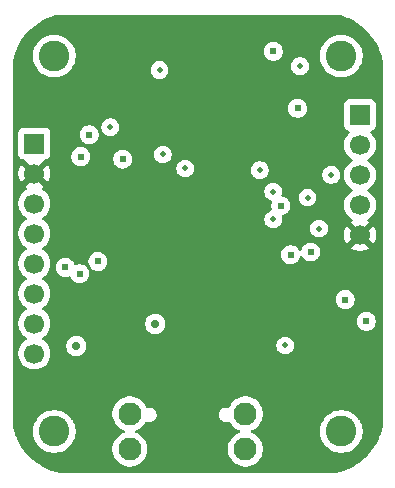
<source format=gbr>
%TF.GenerationSoftware,KiCad,Pcbnew,9.0.3*%
%TF.CreationDate,2025-09-02T10:47:08-04:00*%
%TF.ProjectId,simon,73696d6f-6e2e-46b6-9963-61645f706362,rev?*%
%TF.SameCoordinates,Original*%
%TF.FileFunction,Copper,L2,Inr*%
%TF.FilePolarity,Positive*%
%FSLAX46Y46*%
G04 Gerber Fmt 4.6, Leading zero omitted, Abs format (unit mm)*
G04 Created by KiCad (PCBNEW 9.0.3) date 2025-09-02 10:47:08*
%MOMM*%
%LPD*%
G01*
G04 APERTURE LIST*
%TA.AperFunction,ComponentPad*%
%ADD10C,2.600000*%
%TD*%
%TA.AperFunction,ComponentPad*%
%ADD11C,1.950000*%
%TD*%
%TA.AperFunction,ComponentPad*%
%ADD12R,1.700000X1.700000*%
%TD*%
%TA.AperFunction,ComponentPad*%
%ADD13C,1.700000*%
%TD*%
%TA.AperFunction,ViaPad*%
%ADD14C,0.504800*%
%TD*%
%TA.AperFunction,ViaPad*%
%ADD15C,0.604800*%
%TD*%
%TA.AperFunction,ViaPad*%
%ADD16C,0.704800*%
%TD*%
G04 APERTURE END LIST*
D10*
%TO.N,N/C*%
%TO.C,N301*%
X135080000Y-75000000D03*
X135080000Y-106800000D03*
X159380000Y-75000000D03*
X159380000Y-106800000D03*
%TD*%
D11*
%TO.N,*%
%TO.C,J201*%
X151265000Y-108295000D03*
X151265000Y-105295000D03*
X141475000Y-108295000D03*
X141475000Y-105295000D03*
%TD*%
D12*
%TO.N,3V3*%
%TO.C,J301*%
X133390000Y-82420000D03*
D13*
%TO.N,GND*%
X133390000Y-84960000D03*
%TO.N,/IO/display_mosi*%
X133390000Y-87500000D03*
%TO.N,/IO/display_sclk*%
X133390000Y-90040000D03*
%TO.N,/IO/display_cs_n*%
X133390000Y-92580000D03*
%TO.N,/IO/display_dc*%
X133390000Y-95120000D03*
%TO.N,/IO/display_nrst*%
X133390000Y-97660000D03*
%TO.N,/IO/display_bl*%
X133390000Y-100200000D03*
%TD*%
D12*
%TO.N,3V3*%
%TO.C,J401*%
X160960000Y-80000000D03*
D13*
%TO.N,/mcu/SWDIO*%
X160960000Y-82540000D03*
%TO.N,/mcu/SWCLK*%
X160960000Y-85080000D03*
%TO.N,/mcu/NRST*%
X160960000Y-87620000D03*
%TO.N,GND*%
X160960000Y-90160000D03*
%TD*%
D14*
%TO.N,GND*%
X145655000Y-76165000D03*
X139100000Y-101820000D03*
X144530000Y-84550000D03*
X157200000Y-88000000D03*
X156990000Y-77160000D03*
X144020000Y-81630000D03*
X144650000Y-99810000D03*
X151070000Y-84730000D03*
X140360000Y-82570000D03*
X145712158Y-88477842D03*
X151550000Y-88314400D03*
X156402377Y-88101000D03*
X141140000Y-81269400D03*
X152640000Y-77180000D03*
%TO.N,3V3*%
X143990000Y-76200000D03*
X146160000Y-84530000D03*
X139811358Y-81041358D03*
X158530000Y-85080000D03*
X152480000Y-84680000D03*
X153610000Y-88850000D03*
X154630000Y-99520000D03*
X153600000Y-86490000D03*
X144270000Y-83350000D03*
X155880000Y-75880000D03*
X157490000Y-89620000D03*
D15*
X159700000Y-95630000D03*
X161500000Y-97480000D03*
D14*
X156520000Y-87000000D03*
D16*
%TO.N,/power/5V*%
X136940000Y-99570000D03*
%TO.N,/power/3V7_LIPO_EXT*%
X143630000Y-97690000D03*
D15*
%TO.N,/mcu/SWCLK*%
X153620000Y-74620000D03*
%TO.N,/IO/display_dc*%
X136000000Y-92910000D03*
%TO.N,/IO/display_nrst*%
X137230000Y-93442762D03*
%TO.N,/IO/accel_sda*%
X155670000Y-79440000D03*
X154240000Y-87700000D03*
%TO.N,/IO/buzzer_pwm*%
X156795000Y-91605000D03*
X140870000Y-83740000D03*
%TO.N,/IO/display_bl*%
X138770000Y-92410000D03*
%TO.N,/mcu/NRST*%
X155080000Y-91830000D03*
X138040000Y-81670000D03*
%TO.N,/IO/display_mosi*%
X137320000Y-83530000D03*
%TD*%
%TA.AperFunction,Conductor*%
%TO.N,GND*%
G36*
X158967201Y-71503139D02*
G01*
X159179000Y-71547548D01*
X159185622Y-71549128D01*
X159254576Y-71567604D01*
X159257787Y-71568512D01*
X159583169Y-71665383D01*
X159590157Y-71667692D01*
X159644056Y-71687310D01*
X159646678Y-71688299D01*
X159976425Y-71816967D01*
X159983729Y-71820089D01*
X160014837Y-71834595D01*
X160016641Y-71835458D01*
X160354902Y-72000823D01*
X160363883Y-72005683D01*
X160710070Y-72211966D01*
X160718638Y-72217564D01*
X161046593Y-72451719D01*
X161054668Y-72458005D01*
X161362155Y-72718433D01*
X161369695Y-72725374D01*
X161654625Y-73010304D01*
X161661566Y-73017844D01*
X161815421Y-73199501D01*
X161921989Y-73325325D01*
X161928282Y-73333410D01*
X162041400Y-73491841D01*
X162162431Y-73661355D01*
X162168037Y-73669935D01*
X162374309Y-74016105D01*
X162379186Y-74025119D01*
X162544467Y-74363206D01*
X162545450Y-74365262D01*
X162559902Y-74396255D01*
X162563036Y-74403584D01*
X162691691Y-74733300D01*
X162692696Y-74735964D01*
X162712299Y-74789822D01*
X162714622Y-74796851D01*
X162811475Y-75122173D01*
X162812405Y-75125462D01*
X162830866Y-75194361D01*
X162832452Y-75201007D01*
X162876861Y-75412798D01*
X162879500Y-75438245D01*
X162879500Y-106361753D01*
X162876861Y-106387200D01*
X162832452Y-106598992D01*
X162830866Y-106605638D01*
X162812405Y-106674536D01*
X162811475Y-106677825D01*
X162714622Y-107003147D01*
X162712299Y-107010176D01*
X162692696Y-107064034D01*
X162691691Y-107066698D01*
X162563036Y-107396414D01*
X162559903Y-107403741D01*
X162559902Y-107403743D01*
X162545471Y-107434691D01*
X162544489Y-107436747D01*
X162379182Y-107774889D01*
X162374304Y-107783903D01*
X162168037Y-108130064D01*
X162162431Y-108138644D01*
X161928284Y-108466587D01*
X161921989Y-108474674D01*
X161661566Y-108782155D01*
X161654625Y-108789695D01*
X161369695Y-109074625D01*
X161362155Y-109081566D01*
X161054674Y-109341989D01*
X161046587Y-109348284D01*
X160718644Y-109582431D01*
X160710064Y-109588037D01*
X160363903Y-109794304D01*
X160354889Y-109799182D01*
X160016747Y-109964489D01*
X160014691Y-109965471D01*
X159983743Y-109979902D01*
X159976414Y-109983036D01*
X159646698Y-110111691D01*
X159644034Y-110112696D01*
X159590176Y-110132299D01*
X159583147Y-110134622D01*
X159257825Y-110231475D01*
X159254536Y-110232405D01*
X159185638Y-110250866D01*
X159178992Y-110252452D01*
X158967201Y-110296861D01*
X158941754Y-110299500D01*
X135518246Y-110299500D01*
X135492799Y-110296861D01*
X135281006Y-110252452D01*
X135274360Y-110250866D01*
X135205462Y-110232405D01*
X135202173Y-110231475D01*
X134876851Y-110134622D01*
X134869822Y-110132299D01*
X134815964Y-110112696D01*
X134813300Y-110111691D01*
X134483584Y-109983036D01*
X134476255Y-109979902D01*
X134445262Y-109965450D01*
X134443206Y-109964467D01*
X134105119Y-109799186D01*
X134096105Y-109794309D01*
X133749935Y-109588037D01*
X133741355Y-109582431D01*
X133413412Y-109348284D01*
X133405325Y-109341989D01*
X133304062Y-109256224D01*
X133097844Y-109081566D01*
X133090304Y-109074625D01*
X132805374Y-108789695D01*
X132798433Y-108782155D01*
X132644579Y-108600500D01*
X132538005Y-108474668D01*
X132531715Y-108466587D01*
X132497227Y-108418284D01*
X132297564Y-108138638D01*
X132291962Y-108130064D01*
X132085683Y-107783883D01*
X132080817Y-107774889D01*
X131915458Y-107436641D01*
X131914595Y-107434837D01*
X131900089Y-107403729D01*
X131896962Y-107396414D01*
X131801597Y-107152014D01*
X131768299Y-107066679D01*
X131767302Y-107064034D01*
X131756021Y-107033039D01*
X131747692Y-107010157D01*
X131745383Y-107003169D01*
X131649765Y-106681995D01*
X133279500Y-106681995D01*
X133279500Y-106918004D01*
X133279501Y-106918020D01*
X133310306Y-107152010D01*
X133371394Y-107379993D01*
X133461714Y-107598045D01*
X133461719Y-107598056D01*
X133532677Y-107720957D01*
X133579727Y-107802450D01*
X133579729Y-107802453D01*
X133579730Y-107802454D01*
X133723406Y-107989697D01*
X133723412Y-107989704D01*
X133890295Y-108156587D01*
X133890301Y-108156592D01*
X134077550Y-108300273D01*
X134208918Y-108376118D01*
X134281943Y-108418280D01*
X134281948Y-108418282D01*
X134281951Y-108418284D01*
X134500007Y-108508606D01*
X134727986Y-108569693D01*
X134961989Y-108600500D01*
X134961996Y-108600500D01*
X135198004Y-108600500D01*
X135198011Y-108600500D01*
X135432014Y-108569693D01*
X135659993Y-108508606D01*
X135878049Y-108418284D01*
X136082450Y-108300273D01*
X136269699Y-108156592D01*
X136436592Y-107989699D01*
X136580273Y-107802450D01*
X136698284Y-107598049D01*
X136788606Y-107379993D01*
X136849693Y-107152014D01*
X136880500Y-106918011D01*
X136880500Y-106681989D01*
X136849693Y-106447986D01*
X136788606Y-106220007D01*
X136698284Y-106001951D01*
X136698282Y-106001948D01*
X136698280Y-106001943D01*
X136622361Y-105870449D01*
X136580273Y-105797550D01*
X136521001Y-105720306D01*
X136436593Y-105610302D01*
X136436587Y-105610295D01*
X136269704Y-105443412D01*
X136269697Y-105443406D01*
X136082454Y-105299730D01*
X136082453Y-105299729D01*
X136082450Y-105299727D01*
X135878049Y-105181716D01*
X135878045Y-105181714D01*
X135871179Y-105178870D01*
X139999500Y-105178870D01*
X139999500Y-105411129D01*
X140035831Y-105640514D01*
X140107601Y-105861400D01*
X140181840Y-106007100D01*
X140213039Y-106068331D01*
X140349551Y-106256224D01*
X140513776Y-106420449D01*
X140701669Y-106556961D01*
X140908604Y-106662400D01*
X140953751Y-106677069D01*
X141011426Y-106716507D01*
X141038624Y-106780866D01*
X141026709Y-106849712D01*
X140979464Y-106901188D01*
X140953752Y-106912930D01*
X140938137Y-106918004D01*
X140908600Y-106927601D01*
X140701668Y-107033039D01*
X140513773Y-107169553D01*
X140349553Y-107333773D01*
X140213039Y-107521668D01*
X140107601Y-107728599D01*
X140035831Y-107949485D01*
X139999500Y-108178870D01*
X139999500Y-108411129D01*
X140035831Y-108640514D01*
X140107601Y-108861400D01*
X140147095Y-108938910D01*
X140213039Y-109068331D01*
X140349551Y-109256224D01*
X140513776Y-109420449D01*
X140701669Y-109556961D01*
X140751657Y-109582431D01*
X140908599Y-109662398D01*
X140908601Y-109662398D01*
X140908604Y-109662400D01*
X141129486Y-109734169D01*
X141247668Y-109752886D01*
X141358871Y-109770500D01*
X141358876Y-109770500D01*
X141591129Y-109770500D01*
X141692502Y-109754443D01*
X141820514Y-109734169D01*
X142041396Y-109662400D01*
X142248331Y-109556961D01*
X142436224Y-109420449D01*
X142600449Y-109256224D01*
X142736961Y-109068331D01*
X142842400Y-108861396D01*
X142914169Y-108640514D01*
X142940435Y-108474674D01*
X142950500Y-108411129D01*
X142950500Y-108178870D01*
X142931232Y-108057222D01*
X142914169Y-107949486D01*
X142842400Y-107728604D01*
X142842398Y-107728601D01*
X142842398Y-107728599D01*
X142736960Y-107521668D01*
X142675279Y-107436771D01*
X142600449Y-107333776D01*
X142436224Y-107169551D01*
X142248331Y-107033039D01*
X142041396Y-106927600D01*
X141996248Y-106912930D01*
X141938573Y-106873493D01*
X141911375Y-106809135D01*
X141923290Y-106740288D01*
X141970534Y-106688813D01*
X141996247Y-106677069D01*
X142041396Y-106662400D01*
X142248331Y-106556961D01*
X142436224Y-106420449D01*
X142600449Y-106256224D01*
X142736961Y-106068331D01*
X142756219Y-106030534D01*
X142804191Y-105979740D01*
X142872011Y-105962944D01*
X142914152Y-105972268D01*
X142941457Y-105983578D01*
X143033827Y-106001951D01*
X143059708Y-106007099D01*
X143059712Y-106007100D01*
X143059713Y-106007100D01*
X143180288Y-106007100D01*
X143180289Y-106007099D01*
X143298543Y-105983578D01*
X143409938Y-105937436D01*
X143510191Y-105870449D01*
X143595449Y-105785191D01*
X143662436Y-105684938D01*
X143708578Y-105573543D01*
X143732100Y-105455287D01*
X143732100Y-105334713D01*
X143732099Y-105334708D01*
X149007900Y-105334708D01*
X149007900Y-105455291D01*
X149031420Y-105573535D01*
X149031422Y-105573543D01*
X149077563Y-105684936D01*
X149077565Y-105684940D01*
X149144547Y-105785186D01*
X149144553Y-105785194D01*
X149229805Y-105870446D01*
X149229809Y-105870449D01*
X149330062Y-105937436D01*
X149441457Y-105983578D01*
X149533827Y-106001951D01*
X149559708Y-106007099D01*
X149559712Y-106007100D01*
X149559713Y-106007100D01*
X149680288Y-106007100D01*
X149680289Y-106007099D01*
X149798543Y-105983578D01*
X149825843Y-105972269D01*
X149895310Y-105964800D01*
X149957790Y-105996073D01*
X149983780Y-106030534D01*
X150003039Y-106068331D01*
X150139551Y-106256224D01*
X150303776Y-106420449D01*
X150491669Y-106556961D01*
X150698604Y-106662400D01*
X150743751Y-106677069D01*
X150801426Y-106716507D01*
X150828624Y-106780866D01*
X150816709Y-106849712D01*
X150769464Y-106901188D01*
X150743752Y-106912930D01*
X150728137Y-106918004D01*
X150698600Y-106927601D01*
X150491668Y-107033039D01*
X150303773Y-107169553D01*
X150139553Y-107333773D01*
X150003039Y-107521668D01*
X149897601Y-107728599D01*
X149825831Y-107949485D01*
X149789500Y-108178870D01*
X149789500Y-108411129D01*
X149825831Y-108640514D01*
X149897601Y-108861400D01*
X149937095Y-108938910D01*
X150003039Y-109068331D01*
X150139551Y-109256224D01*
X150303776Y-109420449D01*
X150491669Y-109556961D01*
X150541657Y-109582431D01*
X150698599Y-109662398D01*
X150698601Y-109662398D01*
X150698604Y-109662400D01*
X150919486Y-109734169D01*
X151037668Y-109752886D01*
X151148871Y-109770500D01*
X151148876Y-109770500D01*
X151381129Y-109770500D01*
X151482502Y-109754443D01*
X151610514Y-109734169D01*
X151831396Y-109662400D01*
X152038331Y-109556961D01*
X152226224Y-109420449D01*
X152390449Y-109256224D01*
X152526961Y-109068331D01*
X152632400Y-108861396D01*
X152704169Y-108640514D01*
X152730435Y-108474674D01*
X152740500Y-108411129D01*
X152740500Y-108178870D01*
X152721232Y-108057222D01*
X152704169Y-107949486D01*
X152632400Y-107728604D01*
X152632398Y-107728601D01*
X152632398Y-107728599D01*
X152526960Y-107521668D01*
X152465279Y-107436771D01*
X152390449Y-107333776D01*
X152226224Y-107169551D01*
X152038331Y-107033039D01*
X151831396Y-106927600D01*
X151786248Y-106912930D01*
X151728573Y-106873493D01*
X151701375Y-106809135D01*
X151713290Y-106740288D01*
X151760534Y-106688813D01*
X151775462Y-106681995D01*
X157579500Y-106681995D01*
X157579500Y-106918004D01*
X157579501Y-106918020D01*
X157610306Y-107152010D01*
X157671394Y-107379993D01*
X157761714Y-107598045D01*
X157761719Y-107598056D01*
X157832677Y-107720957D01*
X157879727Y-107802450D01*
X157879729Y-107802453D01*
X157879730Y-107802454D01*
X158023406Y-107989697D01*
X158023412Y-107989704D01*
X158190295Y-108156587D01*
X158190301Y-108156592D01*
X158377550Y-108300273D01*
X158508918Y-108376118D01*
X158581943Y-108418280D01*
X158581948Y-108418282D01*
X158581951Y-108418284D01*
X158800007Y-108508606D01*
X159027986Y-108569693D01*
X159261989Y-108600500D01*
X159261996Y-108600500D01*
X159498004Y-108600500D01*
X159498011Y-108600500D01*
X159732014Y-108569693D01*
X159959993Y-108508606D01*
X160178049Y-108418284D01*
X160382450Y-108300273D01*
X160569699Y-108156592D01*
X160736592Y-107989699D01*
X160880273Y-107802450D01*
X160998284Y-107598049D01*
X161088606Y-107379993D01*
X161149693Y-107152014D01*
X161180500Y-106918011D01*
X161180500Y-106681989D01*
X161149693Y-106447986D01*
X161088606Y-106220007D01*
X160998284Y-106001951D01*
X160998282Y-106001948D01*
X160998280Y-106001943D01*
X160922361Y-105870449D01*
X160880273Y-105797550D01*
X160821001Y-105720306D01*
X160736593Y-105610302D01*
X160736587Y-105610295D01*
X160569704Y-105443412D01*
X160569697Y-105443406D01*
X160382454Y-105299730D01*
X160382453Y-105299729D01*
X160382450Y-105299727D01*
X160300957Y-105252677D01*
X160178056Y-105181719D01*
X160178045Y-105181714D01*
X159959993Y-105091394D01*
X159732010Y-105030306D01*
X159498020Y-104999501D01*
X159498017Y-104999500D01*
X159498011Y-104999500D01*
X159261989Y-104999500D01*
X159261983Y-104999500D01*
X159261979Y-104999501D01*
X159027989Y-105030306D01*
X158800006Y-105091394D01*
X158581954Y-105181714D01*
X158581943Y-105181719D01*
X158377545Y-105299730D01*
X158190302Y-105443406D01*
X158190295Y-105443412D01*
X158023412Y-105610295D01*
X158023406Y-105610302D01*
X157879730Y-105797545D01*
X157761719Y-106001943D01*
X157761714Y-106001954D01*
X157671394Y-106220006D01*
X157610306Y-106447989D01*
X157579501Y-106681979D01*
X157579500Y-106681995D01*
X151775462Y-106681995D01*
X151786247Y-106677069D01*
X151831396Y-106662400D01*
X152038331Y-106556961D01*
X152226224Y-106420449D01*
X152390449Y-106256224D01*
X152526961Y-106068331D01*
X152632400Y-105861396D01*
X152704169Y-105640514D01*
X152733505Y-105455291D01*
X152740500Y-105411129D01*
X152740500Y-105178870D01*
X152721232Y-105057222D01*
X152704169Y-104949486D01*
X152632400Y-104728604D01*
X152632398Y-104728601D01*
X152632398Y-104728599D01*
X152526960Y-104521668D01*
X152390449Y-104333776D01*
X152226224Y-104169551D01*
X152038331Y-104033039D01*
X151831400Y-103927601D01*
X151610514Y-103855831D01*
X151381129Y-103819500D01*
X151381124Y-103819500D01*
X151148876Y-103819500D01*
X151148871Y-103819500D01*
X150919485Y-103855831D01*
X150698599Y-103927601D01*
X150491668Y-104033039D01*
X150303773Y-104169553D01*
X150139553Y-104333773D01*
X150003039Y-104521668D01*
X149895388Y-104732945D01*
X149893398Y-104731931D01*
X149855331Y-104779123D01*
X149789026Y-104801154D01*
X149760472Y-104798849D01*
X149707173Y-104788248D01*
X149680287Y-104782900D01*
X149559713Y-104782900D01*
X149559708Y-104782900D01*
X149441464Y-104806420D01*
X149441456Y-104806422D01*
X149330063Y-104852563D01*
X149330059Y-104852565D01*
X149229813Y-104919547D01*
X149229805Y-104919553D01*
X149144553Y-105004805D01*
X149144547Y-105004813D01*
X149077565Y-105105059D01*
X149077563Y-105105063D01*
X149031422Y-105216456D01*
X149031420Y-105216464D01*
X149007900Y-105334708D01*
X143732099Y-105334708D01*
X143708578Y-105216457D01*
X143662436Y-105105062D01*
X143595449Y-105004809D01*
X143595446Y-105004805D01*
X143510194Y-104919553D01*
X143510186Y-104919547D01*
X143409940Y-104852565D01*
X143409936Y-104852563D01*
X143298543Y-104806422D01*
X143298535Y-104806420D01*
X143180291Y-104782900D01*
X143180287Y-104782900D01*
X143059713Y-104782900D01*
X142979526Y-104798849D01*
X142909935Y-104792620D01*
X142854758Y-104749756D01*
X142845220Y-104732634D01*
X142844612Y-104732945D01*
X142736960Y-104521668D01*
X142600449Y-104333776D01*
X142436224Y-104169551D01*
X142248331Y-104033039D01*
X142041400Y-103927601D01*
X141820514Y-103855831D01*
X141591129Y-103819500D01*
X141591124Y-103819500D01*
X141358876Y-103819500D01*
X141358871Y-103819500D01*
X141129485Y-103855831D01*
X140908599Y-103927601D01*
X140701668Y-104033039D01*
X140513773Y-104169553D01*
X140349553Y-104333773D01*
X140213039Y-104521668D01*
X140107601Y-104728599D01*
X140035831Y-104949485D01*
X139999500Y-105178870D01*
X135871179Y-105178870D01*
X135659993Y-105091394D01*
X135432010Y-105030306D01*
X135198020Y-104999501D01*
X135198017Y-104999500D01*
X135198011Y-104999500D01*
X134961989Y-104999500D01*
X134961983Y-104999500D01*
X134961979Y-104999501D01*
X134727989Y-105030306D01*
X134500006Y-105091394D01*
X134281954Y-105181714D01*
X134281943Y-105181719D01*
X134077545Y-105299730D01*
X133890302Y-105443406D01*
X133890295Y-105443412D01*
X133723412Y-105610295D01*
X133723406Y-105610302D01*
X133579730Y-105797545D01*
X133461719Y-106001943D01*
X133461714Y-106001954D01*
X133371394Y-106220006D01*
X133310306Y-106447989D01*
X133279501Y-106681979D01*
X133279500Y-106681995D01*
X131649765Y-106681995D01*
X131648512Y-106677787D01*
X131647604Y-106674576D01*
X131629128Y-106605622D01*
X131627545Y-106598987D01*
X131620931Y-106567445D01*
X131583139Y-106387200D01*
X131580500Y-106361755D01*
X131580500Y-81522135D01*
X132039500Y-81522135D01*
X132039500Y-83317870D01*
X132039501Y-83317876D01*
X132045908Y-83377483D01*
X132096202Y-83512328D01*
X132096206Y-83512335D01*
X132182452Y-83627544D01*
X132182455Y-83627547D01*
X132297664Y-83713793D01*
X132297671Y-83713797D01*
X132342618Y-83730561D01*
X132432517Y-83764091D01*
X132492127Y-83770500D01*
X132502685Y-83770499D01*
X132569723Y-83790179D01*
X132590372Y-83806818D01*
X133260591Y-84477037D01*
X133197007Y-84494075D01*
X133082993Y-84559901D01*
X132989901Y-84652993D01*
X132924075Y-84767007D01*
X132907037Y-84830591D01*
X132274728Y-84198282D01*
X132274727Y-84198282D01*
X132235380Y-84252439D01*
X132138904Y-84441782D01*
X132073242Y-84643869D01*
X132073242Y-84643872D01*
X132040000Y-84853753D01*
X132040000Y-85066246D01*
X132073242Y-85276127D01*
X132073242Y-85276130D01*
X132138904Y-85478217D01*
X132235375Y-85667550D01*
X132274728Y-85721716D01*
X132907036Y-85089407D01*
X132924075Y-85152993D01*
X132989901Y-85267007D01*
X133082993Y-85360099D01*
X133197007Y-85425925D01*
X133260590Y-85442962D01*
X132628282Y-86075269D01*
X132628282Y-86075270D01*
X132682452Y-86114626D01*
X132682451Y-86114626D01*
X132691495Y-86119234D01*
X132742292Y-86167208D01*
X132759087Y-86235029D01*
X132736550Y-86301164D01*
X132691499Y-86340202D01*
X132682182Y-86344949D01*
X132510213Y-86469890D01*
X132359890Y-86620213D01*
X132234951Y-86792179D01*
X132138444Y-86981585D01*
X132072753Y-87183760D01*
X132039500Y-87393713D01*
X132039500Y-87606286D01*
X132066867Y-87779079D01*
X132072754Y-87816243D01*
X132118679Y-87957586D01*
X132138444Y-88018414D01*
X132234951Y-88207820D01*
X132359890Y-88379786D01*
X132510213Y-88530109D01*
X132682182Y-88655050D01*
X132690946Y-88659516D01*
X132741742Y-88707491D01*
X132758536Y-88775312D01*
X132735998Y-88841447D01*
X132690946Y-88880484D01*
X132682182Y-88884949D01*
X132510213Y-89009890D01*
X132359890Y-89160213D01*
X132234951Y-89332179D01*
X132138444Y-89521585D01*
X132072753Y-89723760D01*
X132039500Y-89933713D01*
X132039500Y-90146286D01*
X132070809Y-90343968D01*
X132072754Y-90356243D01*
X132078166Y-90372900D01*
X132138444Y-90558414D01*
X132234951Y-90747820D01*
X132359890Y-90919786D01*
X132510213Y-91070109D01*
X132682182Y-91195050D01*
X132690946Y-91199516D01*
X132741742Y-91247491D01*
X132758536Y-91315312D01*
X132735998Y-91381447D01*
X132690946Y-91420484D01*
X132682182Y-91424949D01*
X132510213Y-91549890D01*
X132359890Y-91700213D01*
X132234951Y-91872179D01*
X132138444Y-92061585D01*
X132072753Y-92263760D01*
X132039500Y-92473713D01*
X132039500Y-92686286D01*
X132055975Y-92790309D01*
X132072754Y-92896243D01*
X132117401Y-93033653D01*
X132138444Y-93098414D01*
X132234951Y-93287820D01*
X132359890Y-93459786D01*
X132510213Y-93610109D01*
X132682182Y-93735050D01*
X132690946Y-93739516D01*
X132741742Y-93787491D01*
X132758536Y-93855312D01*
X132735998Y-93921447D01*
X132690946Y-93960484D01*
X132682182Y-93964949D01*
X132510213Y-94089890D01*
X132359890Y-94240213D01*
X132234951Y-94412179D01*
X132138444Y-94601585D01*
X132072753Y-94803760D01*
X132039500Y-95013713D01*
X132039500Y-95226286D01*
X132066348Y-95395801D01*
X132072754Y-95436243D01*
X132110015Y-95550921D01*
X132138444Y-95638414D01*
X132234951Y-95827820D01*
X132359890Y-95999786D01*
X132510213Y-96150109D01*
X132682182Y-96275050D01*
X132690946Y-96279516D01*
X132741742Y-96327491D01*
X132758536Y-96395312D01*
X132735998Y-96461447D01*
X132690946Y-96500484D01*
X132682182Y-96504949D01*
X132510213Y-96629890D01*
X132359890Y-96780213D01*
X132234951Y-96952179D01*
X132138444Y-97141585D01*
X132072753Y-97343760D01*
X132039500Y-97553713D01*
X132039500Y-97766286D01*
X132066820Y-97938782D01*
X132072754Y-97976243D01*
X132114152Y-98103653D01*
X132138444Y-98178414D01*
X132234951Y-98367820D01*
X132359890Y-98539786D01*
X132510213Y-98690109D01*
X132682182Y-98815050D01*
X132690946Y-98819516D01*
X132741742Y-98867491D01*
X132758536Y-98935312D01*
X132735998Y-99001447D01*
X132690946Y-99040484D01*
X132682182Y-99044949D01*
X132510213Y-99169890D01*
X132359890Y-99320213D01*
X132234951Y-99492179D01*
X132138444Y-99681585D01*
X132072753Y-99883760D01*
X132039500Y-100093713D01*
X132039500Y-100306287D01*
X132049534Y-100369644D01*
X132072753Y-100516239D01*
X132138444Y-100718414D01*
X132234951Y-100907820D01*
X132359890Y-101079786D01*
X132510213Y-101230109D01*
X132682179Y-101355048D01*
X132682181Y-101355049D01*
X132682184Y-101355051D01*
X132871588Y-101451557D01*
X133073757Y-101517246D01*
X133283713Y-101550500D01*
X133283714Y-101550500D01*
X133496286Y-101550500D01*
X133496287Y-101550500D01*
X133706243Y-101517246D01*
X133908412Y-101451557D01*
X134097816Y-101355051D01*
X134119789Y-101339086D01*
X134269786Y-101230109D01*
X134269788Y-101230106D01*
X134269792Y-101230104D01*
X134420104Y-101079792D01*
X134420106Y-101079788D01*
X134420109Y-101079786D01*
X134545048Y-100907820D01*
X134545047Y-100907820D01*
X134545051Y-100907816D01*
X134641557Y-100718412D01*
X134707246Y-100516243D01*
X134740500Y-100306287D01*
X134740500Y-100093713D01*
X134707246Y-99883757D01*
X134641557Y-99681588D01*
X134545051Y-99492184D01*
X134545049Y-99492181D01*
X134545048Y-99492179D01*
X134540553Y-99485992D01*
X136087100Y-99485992D01*
X136087100Y-99654007D01*
X136119874Y-99818774D01*
X136119876Y-99818782D01*
X136184168Y-99973996D01*
X136184173Y-99974006D01*
X136277508Y-100113691D01*
X136277511Y-100113695D01*
X136396304Y-100232488D01*
X136396308Y-100232491D01*
X136535993Y-100325826D01*
X136535997Y-100325828D01*
X136536000Y-100325830D01*
X136691218Y-100390124D01*
X136855992Y-100422899D01*
X136855996Y-100422900D01*
X136855997Y-100422900D01*
X137024004Y-100422900D01*
X137024005Y-100422899D01*
X137188782Y-100390124D01*
X137344000Y-100325830D01*
X137483692Y-100232491D01*
X137602491Y-100113692D01*
X137695830Y-99974000D01*
X137760124Y-99818782D01*
X137792900Y-99654003D01*
X137792900Y-99485997D01*
X137784913Y-99445845D01*
X137784912Y-99445841D01*
X153877100Y-99445841D01*
X153877100Y-99594158D01*
X153906031Y-99739605D01*
X153906033Y-99739613D01*
X153962789Y-99876633D01*
X154045182Y-99999944D01*
X154045188Y-99999951D01*
X154150048Y-100104811D01*
X154150055Y-100104817D01*
X154273366Y-100187210D01*
X154273367Y-100187210D01*
X154273368Y-100187211D01*
X154410387Y-100243967D01*
X154555841Y-100272899D01*
X154555845Y-100272900D01*
X154555846Y-100272900D01*
X154704155Y-100272900D01*
X154704156Y-100272899D01*
X154849613Y-100243967D01*
X154986632Y-100187211D01*
X155109946Y-100104816D01*
X155214816Y-99999946D01*
X155297211Y-99876632D01*
X155353967Y-99739613D01*
X155382900Y-99594154D01*
X155382900Y-99445846D01*
X155353967Y-99300387D01*
X155297211Y-99163368D01*
X155215103Y-99040484D01*
X155214817Y-99040055D01*
X155214811Y-99040048D01*
X155109951Y-98935188D01*
X155109944Y-98935182D01*
X154986633Y-98852789D01*
X154849613Y-98796033D01*
X154849605Y-98796031D01*
X154704158Y-98767100D01*
X154704154Y-98767100D01*
X154555846Y-98767100D01*
X154555841Y-98767100D01*
X154410394Y-98796031D01*
X154410386Y-98796033D01*
X154273366Y-98852789D01*
X154150055Y-98935182D01*
X154150048Y-98935188D01*
X154045188Y-99040048D01*
X154045182Y-99040055D01*
X153962789Y-99163366D01*
X153906033Y-99300386D01*
X153906031Y-99300394D01*
X153877100Y-99445841D01*
X137784912Y-99445841D01*
X137760125Y-99321225D01*
X137760124Y-99321218D01*
X137695830Y-99166000D01*
X137695828Y-99165997D01*
X137695826Y-99165993D01*
X137602491Y-99026308D01*
X137602488Y-99026304D01*
X137483695Y-98907511D01*
X137483691Y-98907508D01*
X137344006Y-98814173D01*
X137343996Y-98814168D01*
X137188782Y-98749876D01*
X137188774Y-98749874D01*
X137024007Y-98717100D01*
X137024003Y-98717100D01*
X136855997Y-98717100D01*
X136855992Y-98717100D01*
X136691225Y-98749874D01*
X136691217Y-98749876D01*
X136536003Y-98814168D01*
X136535993Y-98814173D01*
X136396308Y-98907508D01*
X136396304Y-98907511D01*
X136277511Y-99026304D01*
X136277508Y-99026308D01*
X136184173Y-99165993D01*
X136184168Y-99166003D01*
X136119876Y-99321217D01*
X136119874Y-99321225D01*
X136087100Y-99485992D01*
X134540553Y-99485992D01*
X134420109Y-99320213D01*
X134269786Y-99169890D01*
X134097820Y-99044951D01*
X134097115Y-99044591D01*
X134089054Y-99040485D01*
X134038259Y-98992512D01*
X134021463Y-98924692D01*
X134043999Y-98858556D01*
X134089054Y-98819515D01*
X134097816Y-98815051D01*
X134123995Y-98796031D01*
X134269786Y-98690109D01*
X134269788Y-98690106D01*
X134269792Y-98690104D01*
X134420104Y-98539792D01*
X134420106Y-98539788D01*
X134420109Y-98539786D01*
X134545048Y-98367820D01*
X134545047Y-98367820D01*
X134545051Y-98367816D01*
X134641557Y-98178412D01*
X134707246Y-97976243D01*
X134740500Y-97766287D01*
X134740500Y-97605992D01*
X142777100Y-97605992D01*
X142777100Y-97774007D01*
X142809874Y-97938774D01*
X142809876Y-97938782D01*
X142874168Y-98093996D01*
X142874173Y-98094006D01*
X142967508Y-98233691D01*
X142967511Y-98233695D01*
X143086304Y-98352488D01*
X143086308Y-98352491D01*
X143225993Y-98445826D01*
X143225997Y-98445828D01*
X143226000Y-98445830D01*
X143381218Y-98510124D01*
X143530342Y-98539786D01*
X143545992Y-98542899D01*
X143545996Y-98542900D01*
X143545997Y-98542900D01*
X143714004Y-98542900D01*
X143714005Y-98542899D01*
X143878782Y-98510124D01*
X144034000Y-98445830D01*
X144173692Y-98352491D01*
X144292491Y-98233692D01*
X144385830Y-98094000D01*
X144450124Y-97938782D01*
X144482900Y-97774003D01*
X144482900Y-97605997D01*
X144450124Y-97441218D01*
X144433430Y-97400916D01*
X160697100Y-97400916D01*
X160697100Y-97559083D01*
X160727952Y-97714189D01*
X160727955Y-97714198D01*
X160788475Y-97860309D01*
X160788482Y-97860322D01*
X160876346Y-97991818D01*
X160876349Y-97991822D01*
X160988177Y-98103650D01*
X160988181Y-98103653D01*
X161119677Y-98191517D01*
X161119690Y-98191524D01*
X161221492Y-98233691D01*
X161265803Y-98252045D01*
X161265805Y-98252045D01*
X161265810Y-98252047D01*
X161420916Y-98282899D01*
X161420919Y-98282900D01*
X161420921Y-98282900D01*
X161579081Y-98282900D01*
X161579082Y-98282899D01*
X161630785Y-98272615D01*
X161734189Y-98252047D01*
X161734192Y-98252045D01*
X161734197Y-98252045D01*
X161880316Y-98191521D01*
X162011819Y-98103653D01*
X162123653Y-97991819D01*
X162211521Y-97860316D01*
X162272045Y-97714197D01*
X162302900Y-97559079D01*
X162302900Y-97400921D01*
X162302900Y-97400918D01*
X162302899Y-97400916D01*
X162272047Y-97245810D01*
X162272044Y-97245801D01*
X162211524Y-97099690D01*
X162211517Y-97099677D01*
X162123653Y-96968181D01*
X162123650Y-96968177D01*
X162011822Y-96856349D01*
X162011818Y-96856346D01*
X161880322Y-96768482D01*
X161880309Y-96768475D01*
X161734198Y-96707955D01*
X161734189Y-96707952D01*
X161579082Y-96677100D01*
X161579079Y-96677100D01*
X161420921Y-96677100D01*
X161420918Y-96677100D01*
X161265810Y-96707952D01*
X161265801Y-96707955D01*
X161119690Y-96768475D01*
X161119677Y-96768482D01*
X160988181Y-96856346D01*
X160988177Y-96856349D01*
X160876349Y-96968177D01*
X160876346Y-96968181D01*
X160788482Y-97099677D01*
X160788475Y-97099690D01*
X160727955Y-97245801D01*
X160727952Y-97245810D01*
X160697100Y-97400916D01*
X144433430Y-97400916D01*
X144385830Y-97286000D01*
X144385828Y-97285997D01*
X144385826Y-97285993D01*
X144292491Y-97146308D01*
X144292488Y-97146304D01*
X144173695Y-97027511D01*
X144173691Y-97027508D01*
X144034006Y-96934173D01*
X144033996Y-96934168D01*
X143878782Y-96869876D01*
X143878774Y-96869874D01*
X143714007Y-96837100D01*
X143714003Y-96837100D01*
X143545997Y-96837100D01*
X143545992Y-96837100D01*
X143381225Y-96869874D01*
X143381217Y-96869876D01*
X143226003Y-96934168D01*
X143225993Y-96934173D01*
X143086308Y-97027508D01*
X143086304Y-97027511D01*
X142967511Y-97146304D01*
X142967508Y-97146308D01*
X142874173Y-97285993D01*
X142874168Y-97286003D01*
X142809876Y-97441217D01*
X142809874Y-97441225D01*
X142777100Y-97605992D01*
X134740500Y-97605992D01*
X134740500Y-97553713D01*
X134707246Y-97343757D01*
X134641557Y-97141588D01*
X134545051Y-96952184D01*
X134545049Y-96952181D01*
X134545048Y-96952179D01*
X134420109Y-96780213D01*
X134269786Y-96629890D01*
X134097820Y-96504951D01*
X134097115Y-96504591D01*
X134089054Y-96500485D01*
X134038259Y-96452512D01*
X134021463Y-96384692D01*
X134043999Y-96318556D01*
X134089054Y-96279515D01*
X134097816Y-96275051D01*
X134127272Y-96253650D01*
X134269786Y-96150109D01*
X134269788Y-96150106D01*
X134269792Y-96150104D01*
X134420104Y-95999792D01*
X134420106Y-95999788D01*
X134420109Y-95999786D01*
X134545048Y-95827820D01*
X134545047Y-95827820D01*
X134545051Y-95827816D01*
X134641557Y-95638412D01*
X134669986Y-95550916D01*
X158897100Y-95550916D01*
X158897100Y-95709083D01*
X158927952Y-95864189D01*
X158927955Y-95864198D01*
X158988475Y-96010309D01*
X158988482Y-96010322D01*
X159076346Y-96141818D01*
X159076349Y-96141822D01*
X159188177Y-96253650D01*
X159188181Y-96253653D01*
X159319677Y-96341517D01*
X159319690Y-96341524D01*
X159423909Y-96384692D01*
X159465803Y-96402045D01*
X159465805Y-96402045D01*
X159465810Y-96402047D01*
X159620916Y-96432899D01*
X159620919Y-96432900D01*
X159620921Y-96432900D01*
X159779081Y-96432900D01*
X159779082Y-96432899D01*
X159830785Y-96422615D01*
X159934189Y-96402047D01*
X159934192Y-96402045D01*
X159934197Y-96402045D01*
X160080316Y-96341521D01*
X160211819Y-96253653D01*
X160323653Y-96141819D01*
X160411521Y-96010316D01*
X160472045Y-95864197D01*
X160502900Y-95709079D01*
X160502900Y-95550921D01*
X160502900Y-95550918D01*
X160502899Y-95550916D01*
X160472047Y-95395810D01*
X160472044Y-95395801D01*
X160411524Y-95249690D01*
X160411517Y-95249677D01*
X160323653Y-95118181D01*
X160323650Y-95118177D01*
X160211822Y-95006349D01*
X160211818Y-95006346D01*
X160080322Y-94918482D01*
X160080309Y-94918475D01*
X159934198Y-94857955D01*
X159934189Y-94857952D01*
X159779082Y-94827100D01*
X159779079Y-94827100D01*
X159620921Y-94827100D01*
X159620918Y-94827100D01*
X159465810Y-94857952D01*
X159465801Y-94857955D01*
X159319690Y-94918475D01*
X159319677Y-94918482D01*
X159188181Y-95006346D01*
X159188177Y-95006349D01*
X159076349Y-95118177D01*
X159076346Y-95118181D01*
X158988482Y-95249677D01*
X158988475Y-95249690D01*
X158927955Y-95395801D01*
X158927952Y-95395810D01*
X158897100Y-95550916D01*
X134669986Y-95550916D01*
X134707246Y-95436243D01*
X134740500Y-95226287D01*
X134740500Y-95013713D01*
X134707246Y-94803757D01*
X134641557Y-94601588D01*
X134545051Y-94412184D01*
X134545049Y-94412181D01*
X134545048Y-94412179D01*
X134420109Y-94240213D01*
X134269786Y-94089890D01*
X134097820Y-93964951D01*
X134097115Y-93964591D01*
X134089054Y-93960485D01*
X134038259Y-93912512D01*
X134021463Y-93844692D01*
X134043999Y-93778556D01*
X134089054Y-93739515D01*
X134097816Y-93735051D01*
X134123004Y-93716751D01*
X134269786Y-93610109D01*
X134269788Y-93610106D01*
X134269792Y-93610104D01*
X134420104Y-93459792D01*
X134420106Y-93459788D01*
X134420109Y-93459786D01*
X134545048Y-93287820D01*
X134545047Y-93287820D01*
X134545051Y-93287816D01*
X134641557Y-93098412D01*
X134707246Y-92896243D01*
X134717593Y-92830916D01*
X135197100Y-92830916D01*
X135197100Y-92989083D01*
X135227952Y-93144189D01*
X135227955Y-93144198D01*
X135288475Y-93290309D01*
X135288482Y-93290322D01*
X135376346Y-93421818D01*
X135376349Y-93421822D01*
X135488177Y-93533650D01*
X135488181Y-93533653D01*
X135619677Y-93621517D01*
X135619690Y-93621524D01*
X135729273Y-93666914D01*
X135765803Y-93682045D01*
X135765805Y-93682045D01*
X135765810Y-93682047D01*
X135920916Y-93712899D01*
X135920919Y-93712900D01*
X135920921Y-93712900D01*
X136079081Y-93712900D01*
X136079082Y-93712899D01*
X136130785Y-93702615D01*
X136234189Y-93682047D01*
X136234191Y-93682046D01*
X136234197Y-93682045D01*
X136312426Y-93649641D01*
X136381892Y-93642173D01*
X136444372Y-93673448D01*
X136474437Y-93716751D01*
X136518475Y-93823071D01*
X136518482Y-93823084D01*
X136606346Y-93954580D01*
X136606349Y-93954584D01*
X136718177Y-94066412D01*
X136718181Y-94066415D01*
X136849677Y-94154279D01*
X136849690Y-94154286D01*
X136959273Y-94199676D01*
X136995803Y-94214807D01*
X136995805Y-94214807D01*
X136995810Y-94214809D01*
X137150916Y-94245661D01*
X137150919Y-94245662D01*
X137150921Y-94245662D01*
X137309081Y-94245662D01*
X137309082Y-94245661D01*
X137360785Y-94235377D01*
X137464189Y-94214809D01*
X137464192Y-94214807D01*
X137464197Y-94214807D01*
X137610316Y-94154283D01*
X137741819Y-94066415D01*
X137853653Y-93954581D01*
X137941521Y-93823078D01*
X138002045Y-93676959D01*
X138002744Y-93673448D01*
X138032899Y-93521845D01*
X138032900Y-93521843D01*
X138032900Y-93363680D01*
X138032899Y-93363678D01*
X138002047Y-93208572D01*
X138002044Y-93208563D01*
X137941524Y-93062452D01*
X137941517Y-93062439D01*
X137853653Y-92930943D01*
X137853650Y-92930939D01*
X137741822Y-92819111D01*
X137741818Y-92819108D01*
X137610322Y-92731244D01*
X137610309Y-92731237D01*
X137464198Y-92670717D01*
X137464189Y-92670714D01*
X137309082Y-92639862D01*
X137309079Y-92639862D01*
X137150921Y-92639862D01*
X137150918Y-92639862D01*
X136995810Y-92670714D01*
X136995806Y-92670716D01*
X136995804Y-92670716D01*
X136995803Y-92670717D01*
X136975053Y-92679312D01*
X136917574Y-92703120D01*
X136848105Y-92710587D01*
X136785626Y-92679312D01*
X136755564Y-92636014D01*
X136711521Y-92529684D01*
X136711519Y-92529681D01*
X136711517Y-92529677D01*
X136623655Y-92398183D01*
X136623650Y-92398177D01*
X136556389Y-92330916D01*
X137967100Y-92330916D01*
X137967100Y-92489083D01*
X137997952Y-92644189D01*
X137997955Y-92644198D01*
X138058475Y-92790309D01*
X138058482Y-92790322D01*
X138146346Y-92921818D01*
X138146349Y-92921822D01*
X138258177Y-93033650D01*
X138258181Y-93033653D01*
X138389677Y-93121517D01*
X138389690Y-93121524D01*
X138499273Y-93166914D01*
X138535803Y-93182045D01*
X138535805Y-93182045D01*
X138535810Y-93182047D01*
X138690916Y-93212899D01*
X138690919Y-93212900D01*
X138690921Y-93212900D01*
X138849081Y-93212900D01*
X138849082Y-93212899D01*
X138900785Y-93202615D01*
X139004189Y-93182047D01*
X139004192Y-93182045D01*
X139004197Y-93182045D01*
X139150316Y-93121521D01*
X139281819Y-93033653D01*
X139393653Y-92921819D01*
X139481521Y-92790316D01*
X139542045Y-92644197D01*
X139542908Y-92639862D01*
X139564824Y-92529681D01*
X139572900Y-92489079D01*
X139572900Y-92330921D01*
X139572900Y-92330918D01*
X139572899Y-92330916D01*
X139542047Y-92175810D01*
X139542044Y-92175801D01*
X139481524Y-92029690D01*
X139481517Y-92029677D01*
X139393653Y-91898181D01*
X139393650Y-91898177D01*
X139281822Y-91786349D01*
X139281818Y-91786346D01*
X139228794Y-91750916D01*
X154277100Y-91750916D01*
X154277100Y-91909083D01*
X154307952Y-92064189D01*
X154307955Y-92064198D01*
X154368475Y-92210309D01*
X154368482Y-92210322D01*
X154456346Y-92341818D01*
X154456349Y-92341822D01*
X154568177Y-92453650D01*
X154568181Y-92453653D01*
X154699677Y-92541517D01*
X154699690Y-92541524D01*
X154809273Y-92586914D01*
X154845803Y-92602045D01*
X154845805Y-92602045D01*
X154845810Y-92602047D01*
X155000916Y-92632899D01*
X155000919Y-92632900D01*
X155000921Y-92632900D01*
X155159081Y-92632900D01*
X155159082Y-92632899D01*
X155210785Y-92622615D01*
X155314189Y-92602047D01*
X155314192Y-92602045D01*
X155314197Y-92602045D01*
X155460316Y-92541521D01*
X155591819Y-92453653D01*
X155703653Y-92341819D01*
X155791521Y-92210316D01*
X155852045Y-92064197D01*
X155858825Y-92030114D01*
X155891210Y-91968203D01*
X155951925Y-91933629D01*
X156021695Y-91937368D01*
X156078367Y-91978235D01*
X156083544Y-91985414D01*
X156171346Y-92116818D01*
X156171349Y-92116822D01*
X156283177Y-92228650D01*
X156283181Y-92228653D01*
X156414677Y-92316517D01*
X156414690Y-92316524D01*
X156475759Y-92341819D01*
X156560803Y-92377045D01*
X156560805Y-92377045D01*
X156560810Y-92377047D01*
X156715916Y-92407899D01*
X156715919Y-92407900D01*
X156715921Y-92407900D01*
X156874081Y-92407900D01*
X156874082Y-92407899D01*
X156925785Y-92397615D01*
X157029189Y-92377047D01*
X157029192Y-92377045D01*
X157029197Y-92377045D01*
X157175316Y-92316521D01*
X157306819Y-92228653D01*
X157418653Y-92116819D01*
X157506521Y-91985316D01*
X157567045Y-91839197D01*
X157597900Y-91684079D01*
X157597900Y-91525921D01*
X157597900Y-91525918D01*
X157597899Y-91525916D01*
X157567047Y-91370810D01*
X157567045Y-91370807D01*
X157567045Y-91370803D01*
X157506521Y-91224684D01*
X157506519Y-91224681D01*
X157506517Y-91224677D01*
X157418653Y-91093181D01*
X157418650Y-91093177D01*
X157306822Y-90981349D01*
X157306818Y-90981346D01*
X157175322Y-90893482D01*
X157175309Y-90893475D01*
X157029198Y-90832955D01*
X157029189Y-90832952D01*
X156874082Y-90802100D01*
X156874079Y-90802100D01*
X156715921Y-90802100D01*
X156715918Y-90802100D01*
X156560810Y-90832952D01*
X156560801Y-90832955D01*
X156414690Y-90893475D01*
X156414677Y-90893482D01*
X156283181Y-90981346D01*
X156283177Y-90981349D01*
X156171349Y-91093177D01*
X156171346Y-91093181D01*
X156083482Y-91224677D01*
X156083475Y-91224690D01*
X156022955Y-91370801D01*
X156022954Y-91370804D01*
X156016174Y-91404889D01*
X155983787Y-91466799D01*
X155923070Y-91501371D01*
X155853301Y-91497630D01*
X155796630Y-91456762D01*
X155791455Y-91449585D01*
X155703653Y-91318181D01*
X155703650Y-91318177D01*
X155591822Y-91206349D01*
X155591818Y-91206346D01*
X155460322Y-91118482D01*
X155460309Y-91118475D01*
X155314198Y-91057955D01*
X155314189Y-91057952D01*
X155159082Y-91027100D01*
X155159079Y-91027100D01*
X155000921Y-91027100D01*
X155000918Y-91027100D01*
X154845810Y-91057952D01*
X154845801Y-91057955D01*
X154699690Y-91118475D01*
X154699677Y-91118482D01*
X154568181Y-91206346D01*
X154568177Y-91206349D01*
X154456349Y-91318177D01*
X154456346Y-91318181D01*
X154368482Y-91449677D01*
X154368475Y-91449690D01*
X154307955Y-91595801D01*
X154307952Y-91595810D01*
X154277100Y-91750916D01*
X139228794Y-91750916D01*
X139150322Y-91698482D01*
X139150309Y-91698475D01*
X139004198Y-91637955D01*
X139004189Y-91637952D01*
X138849082Y-91607100D01*
X138849079Y-91607100D01*
X138690921Y-91607100D01*
X138690918Y-91607100D01*
X138535810Y-91637952D01*
X138535801Y-91637955D01*
X138389690Y-91698475D01*
X138389677Y-91698482D01*
X138258181Y-91786346D01*
X138258177Y-91786349D01*
X138146349Y-91898177D01*
X138146346Y-91898181D01*
X138058482Y-92029677D01*
X138058475Y-92029690D01*
X137997955Y-92175801D01*
X137997952Y-92175810D01*
X137967100Y-92330916D01*
X136556389Y-92330916D01*
X136511822Y-92286349D01*
X136511818Y-92286346D01*
X136380322Y-92198482D01*
X136380309Y-92198475D01*
X136234198Y-92137955D01*
X136234189Y-92137952D01*
X136079082Y-92107100D01*
X136079079Y-92107100D01*
X135920921Y-92107100D01*
X135920918Y-92107100D01*
X135765810Y-92137952D01*
X135765801Y-92137955D01*
X135619690Y-92198475D01*
X135619677Y-92198482D01*
X135488181Y-92286346D01*
X135488177Y-92286349D01*
X135376349Y-92398177D01*
X135376346Y-92398181D01*
X135288482Y-92529677D01*
X135288475Y-92529690D01*
X135227955Y-92675801D01*
X135227952Y-92675810D01*
X135197100Y-92830916D01*
X134717593Y-92830916D01*
X134740500Y-92686287D01*
X134740500Y-92473713D01*
X134707246Y-92263757D01*
X134641557Y-92061588D01*
X134545051Y-91872184D01*
X134545049Y-91872181D01*
X134545048Y-91872179D01*
X134420109Y-91700213D01*
X134269786Y-91549890D01*
X134097820Y-91424951D01*
X134097115Y-91424591D01*
X134089054Y-91420485D01*
X134038259Y-91372512D01*
X134021463Y-91304692D01*
X134043999Y-91238556D01*
X134089054Y-91199515D01*
X134097816Y-91195051D01*
X134203205Y-91118482D01*
X134269786Y-91070109D01*
X134269788Y-91070106D01*
X134269792Y-91070104D01*
X134420104Y-90919792D01*
X134420106Y-90919788D01*
X134420109Y-90919786D01*
X134545048Y-90747820D01*
X134545047Y-90747820D01*
X134545051Y-90747816D01*
X134641557Y-90558412D01*
X134707246Y-90356243D01*
X134740500Y-90146287D01*
X134740500Y-89933713D01*
X134707246Y-89723757D01*
X134641557Y-89521588D01*
X134545051Y-89332184D01*
X134545049Y-89332181D01*
X134545048Y-89332179D01*
X134420109Y-89160213D01*
X134269786Y-89009890D01*
X134097820Y-88884951D01*
X134097115Y-88884591D01*
X134089054Y-88880485D01*
X134038259Y-88832512D01*
X134021463Y-88764692D01*
X134043999Y-88698556D01*
X134089054Y-88659515D01*
X134097816Y-88655051D01*
X134232872Y-88556928D01*
X134269786Y-88530109D01*
X134269788Y-88530106D01*
X134269792Y-88530104D01*
X134420104Y-88379792D01*
X134420106Y-88379788D01*
X134420109Y-88379786D01*
X134545048Y-88207820D01*
X134545047Y-88207820D01*
X134545051Y-88207816D01*
X134641557Y-88018412D01*
X134707246Y-87816243D01*
X134740500Y-87606287D01*
X134740500Y-87393713D01*
X134707246Y-87183757D01*
X134641557Y-86981588D01*
X134545051Y-86792184D01*
X134545049Y-86792181D01*
X134545048Y-86792179D01*
X134420109Y-86620213D01*
X134269786Y-86469890D01*
X134195393Y-86415841D01*
X152847100Y-86415841D01*
X152847100Y-86564158D01*
X152876031Y-86709605D01*
X152876033Y-86709613D01*
X152932789Y-86846633D01*
X153015182Y-86969944D01*
X153015188Y-86969951D01*
X153120048Y-87074811D01*
X153120055Y-87074817D01*
X153243366Y-87157210D01*
X153243367Y-87157210D01*
X153243368Y-87157211D01*
X153380387Y-87213967D01*
X153409471Y-87219752D01*
X153471381Y-87252135D01*
X153505956Y-87312850D01*
X153502217Y-87382620D01*
X153499842Y-87388820D01*
X153467954Y-87465806D01*
X153467952Y-87465810D01*
X153437100Y-87620916D01*
X153437100Y-87779083D01*
X153467952Y-87934189D01*
X153467956Y-87934202D01*
X153477642Y-87957586D01*
X153485109Y-88027055D01*
X153453832Y-88089533D01*
X153396077Y-88123798D01*
X153396219Y-88124264D01*
X153394323Y-88124839D01*
X153393742Y-88125184D01*
X153391534Y-88125685D01*
X153390386Y-88126033D01*
X153253366Y-88182789D01*
X153130055Y-88265182D01*
X153130048Y-88265188D01*
X153025188Y-88370048D01*
X153025182Y-88370055D01*
X152942789Y-88493366D01*
X152886033Y-88630386D01*
X152886031Y-88630394D01*
X152857100Y-88775841D01*
X152857100Y-88924158D01*
X152886031Y-89069605D01*
X152886033Y-89069613D01*
X152942789Y-89206633D01*
X153025182Y-89329944D01*
X153025188Y-89329951D01*
X153130048Y-89434811D01*
X153130055Y-89434817D01*
X153253366Y-89517210D01*
X153253367Y-89517210D01*
X153253368Y-89517211D01*
X153390387Y-89573967D01*
X153535841Y-89602899D01*
X153535845Y-89602900D01*
X153535846Y-89602900D01*
X153684155Y-89602900D01*
X153684156Y-89602899D01*
X153829613Y-89573967D01*
X153897514Y-89545841D01*
X156737100Y-89545841D01*
X156737100Y-89694158D01*
X156766031Y-89839605D01*
X156766033Y-89839613D01*
X156822789Y-89976633D01*
X156905182Y-90099944D01*
X156905188Y-90099951D01*
X157010048Y-90204811D01*
X157010055Y-90204817D01*
X157133366Y-90287210D01*
X157133367Y-90287210D01*
X157133368Y-90287211D01*
X157270387Y-90343967D01*
X157415841Y-90372899D01*
X157415845Y-90372900D01*
X157415846Y-90372900D01*
X157564155Y-90372900D01*
X157564156Y-90372899D01*
X157709613Y-90343967D01*
X157846632Y-90287211D01*
X157969946Y-90204816D01*
X158074816Y-90099946D01*
X158157211Y-89976632D01*
X158213967Y-89839613D01*
X158242900Y-89694154D01*
X158242900Y-89545846D01*
X158213967Y-89400387D01*
X158157211Y-89263368D01*
X158119302Y-89206633D01*
X158074817Y-89140055D01*
X158074811Y-89140048D01*
X157969951Y-89035188D01*
X157969944Y-89035182D01*
X157846633Y-88952789D01*
X157709613Y-88896033D01*
X157709605Y-88896031D01*
X157564158Y-88867100D01*
X157564154Y-88867100D01*
X157415846Y-88867100D01*
X157415841Y-88867100D01*
X157270394Y-88896031D01*
X157270386Y-88896033D01*
X157133366Y-88952789D01*
X157010055Y-89035182D01*
X157010048Y-89035188D01*
X156905188Y-89140048D01*
X156905182Y-89140055D01*
X156822789Y-89263366D01*
X156766033Y-89400386D01*
X156766031Y-89400394D01*
X156737100Y-89545841D01*
X153897514Y-89545841D01*
X153966632Y-89517211D01*
X153966633Y-89517210D01*
X153966634Y-89517210D01*
X154087195Y-89436654D01*
X154087197Y-89436653D01*
X154087816Y-89436239D01*
X154089946Y-89434816D01*
X154194816Y-89329946D01*
X154277211Y-89206632D01*
X154333967Y-89069613D01*
X154362900Y-88924154D01*
X154362900Y-88775846D01*
X154337889Y-88650104D01*
X154333198Y-88626520D01*
X154339425Y-88556928D01*
X154382288Y-88501751D01*
X154430620Y-88480712D01*
X154474197Y-88472045D01*
X154620316Y-88411521D01*
X154751819Y-88323653D01*
X154863653Y-88211819D01*
X154951521Y-88080316D01*
X155012045Y-87934197D01*
X155042900Y-87779079D01*
X155042900Y-87620921D01*
X155042900Y-87620918D01*
X155042899Y-87620916D01*
X155012047Y-87465810D01*
X155012044Y-87465801D01*
X154951524Y-87319690D01*
X154951517Y-87319677D01*
X154863653Y-87188181D01*
X154863650Y-87188177D01*
X154751822Y-87076349D01*
X154751818Y-87076346D01*
X154671765Y-87022856D01*
X154620321Y-86988482D01*
X154620309Y-86988475D01*
X154474198Y-86927955D01*
X154474189Y-86927952D01*
X154463576Y-86925841D01*
X155767100Y-86925841D01*
X155767100Y-87074158D01*
X155796031Y-87219605D01*
X155796033Y-87219613D01*
X155852789Y-87356633D01*
X155935182Y-87479944D01*
X155935188Y-87479951D01*
X156040048Y-87584811D01*
X156040055Y-87584817D01*
X156163366Y-87667210D01*
X156163367Y-87667210D01*
X156163368Y-87667211D01*
X156300387Y-87723967D01*
X156445841Y-87752899D01*
X156445845Y-87752900D01*
X156445846Y-87752900D01*
X156594155Y-87752900D01*
X156594156Y-87752899D01*
X156739613Y-87723967D01*
X156876632Y-87667211D01*
X156999946Y-87584816D01*
X157104816Y-87479946D01*
X157187211Y-87356632D01*
X157243967Y-87219613D01*
X157272900Y-87074154D01*
X157272900Y-86925846D01*
X157243967Y-86780387D01*
X157187211Y-86643368D01*
X157171739Y-86620213D01*
X157104817Y-86520055D01*
X157104811Y-86520048D01*
X156999951Y-86415188D01*
X156999944Y-86415182D01*
X156876633Y-86332789D01*
X156739613Y-86276033D01*
X156739605Y-86276031D01*
X156594158Y-86247100D01*
X156594154Y-86247100D01*
X156445846Y-86247100D01*
X156445841Y-86247100D01*
X156300394Y-86276031D01*
X156300386Y-86276033D01*
X156163366Y-86332789D01*
X156040055Y-86415182D01*
X156040048Y-86415188D01*
X155935188Y-86520048D01*
X155935182Y-86520055D01*
X155852789Y-86643366D01*
X155796033Y-86780386D01*
X155796031Y-86780394D01*
X155767100Y-86925841D01*
X154463576Y-86925841D01*
X154400037Y-86913203D01*
X154338126Y-86880818D01*
X154303552Y-86820102D01*
X154307291Y-86750333D01*
X154309651Y-86744174D01*
X154323967Y-86709613D01*
X154352900Y-86564154D01*
X154352900Y-86415846D01*
X154323967Y-86270387D01*
X154267211Y-86133368D01*
X154254685Y-86114622D01*
X154184817Y-86010055D01*
X154184811Y-86010048D01*
X154079951Y-85905188D01*
X154079944Y-85905182D01*
X153956633Y-85822789D01*
X153819613Y-85766033D01*
X153819605Y-85766031D01*
X153674158Y-85737100D01*
X153674154Y-85737100D01*
X153525846Y-85737100D01*
X153525841Y-85737100D01*
X153380394Y-85766031D01*
X153380386Y-85766033D01*
X153243366Y-85822789D01*
X153120055Y-85905182D01*
X153120048Y-85905188D01*
X153015188Y-86010048D01*
X153015182Y-86010055D01*
X152932789Y-86133366D01*
X152876033Y-86270386D01*
X152876031Y-86270394D01*
X152847100Y-86415841D01*
X134195393Y-86415841D01*
X134097817Y-86344949D01*
X134088504Y-86340204D01*
X134037707Y-86292230D01*
X134020912Y-86224409D01*
X134043449Y-86158274D01*
X134088507Y-86119232D01*
X134097555Y-86114622D01*
X134151716Y-86075270D01*
X134151717Y-86075270D01*
X133519408Y-85442962D01*
X133582993Y-85425925D01*
X133697007Y-85360099D01*
X133790099Y-85267007D01*
X133855925Y-85152993D01*
X133872962Y-85089408D01*
X134505270Y-85721717D01*
X134505270Y-85721716D01*
X134544622Y-85667554D01*
X134641095Y-85478217D01*
X134706757Y-85276130D01*
X134706757Y-85276127D01*
X134740000Y-85066246D01*
X134740000Y-84853753D01*
X134706757Y-84643872D01*
X134706757Y-84643869D01*
X134641095Y-84441782D01*
X134544624Y-84252449D01*
X134505270Y-84198282D01*
X134505269Y-84198282D01*
X133872962Y-84830590D01*
X133855925Y-84767007D01*
X133790099Y-84652993D01*
X133697007Y-84559901D01*
X133582993Y-84494075D01*
X133519409Y-84477037D01*
X134189627Y-83806818D01*
X134250950Y-83773333D01*
X134277307Y-83770499D01*
X134287872Y-83770499D01*
X134347483Y-83764091D01*
X134482331Y-83713796D01*
X134597546Y-83627546D01*
X134683796Y-83512331D01*
X134696749Y-83477602D01*
X134706702Y-83450916D01*
X136517100Y-83450916D01*
X136517100Y-83609083D01*
X136547952Y-83764189D01*
X136547955Y-83764198D01*
X136608475Y-83910309D01*
X136608482Y-83910322D01*
X136696346Y-84041818D01*
X136696349Y-84041822D01*
X136808177Y-84153650D01*
X136808181Y-84153653D01*
X136939677Y-84241517D01*
X136939690Y-84241524D01*
X137049273Y-84286914D01*
X137085803Y-84302045D01*
X137085805Y-84302045D01*
X137085810Y-84302047D01*
X137240916Y-84332899D01*
X137240919Y-84332900D01*
X137240921Y-84332900D01*
X137399081Y-84332900D01*
X137399082Y-84332899D01*
X137450785Y-84322615D01*
X137554189Y-84302047D01*
X137554192Y-84302045D01*
X137554197Y-84302045D01*
X137700316Y-84241521D01*
X137831819Y-84153653D01*
X137943653Y-84041819D01*
X138031521Y-83910316D01*
X138092045Y-83764197D01*
X138092067Y-83764089D01*
X138112589Y-83660916D01*
X140067100Y-83660916D01*
X140067100Y-83819083D01*
X140097952Y-83974189D01*
X140097955Y-83974198D01*
X140158475Y-84120309D01*
X140158482Y-84120322D01*
X140246346Y-84251818D01*
X140246349Y-84251822D01*
X140358177Y-84363650D01*
X140358181Y-84363653D01*
X140489677Y-84451517D01*
X140489690Y-84451524D01*
X140592419Y-84494075D01*
X140635803Y-84512045D01*
X140635805Y-84512045D01*
X140635810Y-84512047D01*
X140790916Y-84542899D01*
X140790919Y-84542900D01*
X140790921Y-84542900D01*
X140949081Y-84542900D01*
X140949082Y-84542899D01*
X141000785Y-84532615D01*
X141104189Y-84512047D01*
X141104192Y-84512045D01*
X141104197Y-84512045D01*
X141229846Y-84460000D01*
X141239887Y-84455841D01*
X145407100Y-84455841D01*
X145407100Y-84604158D01*
X145436031Y-84749605D01*
X145436033Y-84749613D01*
X145492789Y-84886633D01*
X145575182Y-85009944D01*
X145575188Y-85009951D01*
X145680048Y-85114811D01*
X145680055Y-85114817D01*
X145803366Y-85197210D01*
X145803367Y-85197210D01*
X145803368Y-85197211D01*
X145940387Y-85253967D01*
X146085841Y-85282899D01*
X146085845Y-85282900D01*
X146085846Y-85282900D01*
X146234155Y-85282900D01*
X146234156Y-85282899D01*
X146379613Y-85253967D01*
X146516632Y-85197211D01*
X146639946Y-85114816D01*
X146744816Y-85009946D01*
X146827211Y-84886632D01*
X146883967Y-84749613D01*
X146912564Y-84605841D01*
X151727100Y-84605841D01*
X151727100Y-84754158D01*
X151756031Y-84899605D01*
X151756033Y-84899613D01*
X151812789Y-85036633D01*
X151895182Y-85159944D01*
X151895188Y-85159951D01*
X152000048Y-85264811D01*
X152000055Y-85264817D01*
X152123366Y-85347210D01*
X152123367Y-85347210D01*
X152123368Y-85347211D01*
X152260387Y-85403967D01*
X152370780Y-85425925D01*
X152405841Y-85432899D01*
X152405845Y-85432900D01*
X152405846Y-85432900D01*
X152554155Y-85432900D01*
X152554156Y-85432899D01*
X152699613Y-85403967D01*
X152836632Y-85347211D01*
X152959946Y-85264816D01*
X153064816Y-85159946D01*
X153147211Y-85036632D01*
X153159965Y-85005841D01*
X157777100Y-85005841D01*
X157777100Y-85154158D01*
X157806031Y-85299605D01*
X157806033Y-85299613D01*
X157862789Y-85436633D01*
X157945182Y-85559944D01*
X157945188Y-85559951D01*
X158050048Y-85664811D01*
X158050055Y-85664817D01*
X158173366Y-85747210D01*
X158173367Y-85747210D01*
X158173368Y-85747211D01*
X158310387Y-85803967D01*
X158405014Y-85822789D01*
X158455841Y-85832899D01*
X158455845Y-85832900D01*
X158455846Y-85832900D01*
X158604155Y-85832900D01*
X158604156Y-85832899D01*
X158749613Y-85803967D01*
X158886632Y-85747211D01*
X159009946Y-85664816D01*
X159114816Y-85559946D01*
X159197211Y-85436632D01*
X159253967Y-85299613D01*
X159282900Y-85154154D01*
X159282900Y-85005846D01*
X159253967Y-84860387D01*
X159197211Y-84723368D01*
X159150188Y-84652993D01*
X159114817Y-84600055D01*
X159114811Y-84600048D01*
X159009951Y-84495188D01*
X159009944Y-84495182D01*
X158886633Y-84412789D01*
X158749613Y-84356033D01*
X158749605Y-84356031D01*
X158604158Y-84327100D01*
X158604154Y-84327100D01*
X158455846Y-84327100D01*
X158455841Y-84327100D01*
X158310394Y-84356031D01*
X158310386Y-84356033D01*
X158173366Y-84412789D01*
X158050055Y-84495182D01*
X158050048Y-84495188D01*
X157945188Y-84600048D01*
X157945182Y-84600055D01*
X157862789Y-84723366D01*
X157806033Y-84860386D01*
X157806031Y-84860394D01*
X157777100Y-85005841D01*
X153159965Y-85005841D01*
X153203967Y-84899613D01*
X153232900Y-84754154D01*
X153232900Y-84605846D01*
X153203967Y-84460387D01*
X153147211Y-84323368D01*
X153138537Y-84310387D01*
X153064817Y-84200055D01*
X153064811Y-84200048D01*
X152959951Y-84095188D01*
X152959944Y-84095182D01*
X152836633Y-84012789D01*
X152699613Y-83956033D01*
X152699605Y-83956031D01*
X152554158Y-83927100D01*
X152554154Y-83927100D01*
X152405846Y-83927100D01*
X152405841Y-83927100D01*
X152260394Y-83956031D01*
X152260386Y-83956033D01*
X152123366Y-84012789D01*
X152000055Y-84095182D01*
X152000048Y-84095188D01*
X151895188Y-84200048D01*
X151895182Y-84200055D01*
X151812789Y-84323366D01*
X151756033Y-84460386D01*
X151756031Y-84460394D01*
X151727100Y-84605841D01*
X146912564Y-84605841D01*
X146912900Y-84604154D01*
X146912900Y-84455846D01*
X146883967Y-84310387D01*
X146827211Y-84173368D01*
X146791758Y-84120309D01*
X146744817Y-84050055D01*
X146744811Y-84050048D01*
X146639951Y-83945188D01*
X146639944Y-83945182D01*
X146516633Y-83862789D01*
X146379613Y-83806033D01*
X146379605Y-83806031D01*
X146234158Y-83777100D01*
X146234154Y-83777100D01*
X146085846Y-83777100D01*
X146085841Y-83777100D01*
X145940394Y-83806031D01*
X145940386Y-83806033D01*
X145803366Y-83862789D01*
X145680055Y-83945182D01*
X145680048Y-83945188D01*
X145575188Y-84050048D01*
X145575182Y-84050055D01*
X145492789Y-84173366D01*
X145436033Y-84310386D01*
X145436031Y-84310394D01*
X145407100Y-84455841D01*
X141239887Y-84455841D01*
X141250309Y-84451524D01*
X141250309Y-84451523D01*
X141250316Y-84451521D01*
X141381819Y-84363653D01*
X141381822Y-84363650D01*
X141383400Y-84362073D01*
X141493650Y-84251822D01*
X141493653Y-84251819D01*
X141581521Y-84120316D01*
X141642045Y-83974197D01*
X141645659Y-83956031D01*
X141662615Y-83870785D01*
X141672900Y-83819079D01*
X141672900Y-83660921D01*
X141672900Y-83660918D01*
X141672899Y-83660916D01*
X141642047Y-83505810D01*
X141642044Y-83505801D01*
X141581524Y-83359690D01*
X141581514Y-83359672D01*
X141567465Y-83338646D01*
X141567464Y-83338645D01*
X141525499Y-83275841D01*
X143517100Y-83275841D01*
X143517100Y-83424158D01*
X143546031Y-83569605D01*
X143546033Y-83569613D01*
X143602789Y-83706633D01*
X143685182Y-83829944D01*
X143685188Y-83829951D01*
X143790048Y-83934811D01*
X143790055Y-83934817D01*
X143913366Y-84017210D01*
X143913367Y-84017210D01*
X143913368Y-84017211D01*
X144050387Y-84073967D01*
X144195841Y-84102899D01*
X144195845Y-84102900D01*
X144195846Y-84102900D01*
X144344155Y-84102900D01*
X144344156Y-84102899D01*
X144489613Y-84073967D01*
X144626632Y-84017211D01*
X144749946Y-83934816D01*
X144854816Y-83829946D01*
X144937211Y-83706632D01*
X144993967Y-83569613D01*
X145022900Y-83424154D01*
X145022900Y-83275846D01*
X144993967Y-83130387D01*
X144937211Y-82993368D01*
X144899614Y-82937100D01*
X144854817Y-82870055D01*
X144854811Y-82870048D01*
X144749951Y-82765188D01*
X144749944Y-82765182D01*
X144626633Y-82682789D01*
X144489613Y-82626033D01*
X144489605Y-82626031D01*
X144344158Y-82597100D01*
X144344154Y-82597100D01*
X144195846Y-82597100D01*
X144195841Y-82597100D01*
X144050394Y-82626031D01*
X144050386Y-82626033D01*
X143913366Y-82682789D01*
X143790055Y-82765182D01*
X143790048Y-82765188D01*
X143685188Y-82870048D01*
X143685182Y-82870055D01*
X143602789Y-82993366D01*
X143546033Y-83130386D01*
X143546031Y-83130394D01*
X143517100Y-83275841D01*
X141525499Y-83275841D01*
X141493653Y-83228181D01*
X141493650Y-83228177D01*
X141381822Y-83116349D01*
X141381818Y-83116346D01*
X141250322Y-83028482D01*
X141250309Y-83028475D01*
X141104198Y-82967955D01*
X141104189Y-82967952D01*
X140949082Y-82937100D01*
X140949079Y-82937100D01*
X140790921Y-82937100D01*
X140790918Y-82937100D01*
X140635810Y-82967952D01*
X140635801Y-82967955D01*
X140489690Y-83028475D01*
X140489677Y-83028482D01*
X140358181Y-83116346D01*
X140358177Y-83116349D01*
X140246349Y-83228177D01*
X140246346Y-83228181D01*
X140158482Y-83359677D01*
X140158475Y-83359690D01*
X140097955Y-83505801D01*
X140097952Y-83505810D01*
X140067100Y-83660916D01*
X138112589Y-83660916D01*
X138118612Y-83630638D01*
X138118612Y-83630636D01*
X138122900Y-83609080D01*
X138122900Y-83450918D01*
X138122899Y-83450916D01*
X138092047Y-83295810D01*
X138092044Y-83295801D01*
X138083776Y-83275841D01*
X138064034Y-83228177D01*
X138031524Y-83149690D01*
X138031517Y-83149677D01*
X137943653Y-83018181D01*
X137943650Y-83018177D01*
X137831822Y-82906349D01*
X137831818Y-82906346D01*
X137700322Y-82818482D01*
X137700309Y-82818475D01*
X137554198Y-82757955D01*
X137554189Y-82757952D01*
X137399082Y-82727100D01*
X137399079Y-82727100D01*
X137240921Y-82727100D01*
X137240918Y-82727100D01*
X137085810Y-82757952D01*
X137085801Y-82757955D01*
X136939690Y-82818475D01*
X136939677Y-82818482D01*
X136808181Y-82906346D01*
X136808177Y-82906349D01*
X136696349Y-83018177D01*
X136696346Y-83018181D01*
X136608482Y-83149677D01*
X136608475Y-83149690D01*
X136547955Y-83295801D01*
X136547952Y-83295810D01*
X136517100Y-83450916D01*
X134706702Y-83450916D01*
X134725135Y-83401496D01*
X134734091Y-83377482D01*
X134736004Y-83359690D01*
X134740500Y-83317873D01*
X134740499Y-81590916D01*
X137237100Y-81590916D01*
X137237100Y-81749083D01*
X137267952Y-81904189D01*
X137267955Y-81904198D01*
X137328475Y-82050309D01*
X137328482Y-82050322D01*
X137416346Y-82181818D01*
X137416349Y-82181822D01*
X137528177Y-82293650D01*
X137528181Y-82293653D01*
X137659677Y-82381517D01*
X137659690Y-82381524D01*
X137769273Y-82426914D01*
X137805803Y-82442045D01*
X137805805Y-82442045D01*
X137805810Y-82442047D01*
X137960916Y-82472899D01*
X137960919Y-82472900D01*
X137960921Y-82472900D01*
X138119081Y-82472900D01*
X138119082Y-82472899D01*
X138170785Y-82462615D01*
X138274189Y-82442047D01*
X138274192Y-82442045D01*
X138274197Y-82442045D01*
X138420316Y-82381521D01*
X138551819Y-82293653D01*
X138663653Y-82181819D01*
X138751521Y-82050316D01*
X138812045Y-81904197D01*
X138842900Y-81749079D01*
X138842900Y-81590921D01*
X138842900Y-81590918D01*
X138842899Y-81590916D01*
X138812047Y-81435810D01*
X138812044Y-81435801D01*
X138751524Y-81289690D01*
X138751517Y-81289677D01*
X138663653Y-81158181D01*
X138663650Y-81158177D01*
X138551822Y-81046349D01*
X138551818Y-81046346D01*
X138433368Y-80967199D01*
X139058458Y-80967199D01*
X139058458Y-81115516D01*
X139087389Y-81260963D01*
X139087391Y-81260971D01*
X139144147Y-81397991D01*
X139226540Y-81521302D01*
X139226546Y-81521309D01*
X139331406Y-81626169D01*
X139331413Y-81626175D01*
X139454724Y-81708568D01*
X139454725Y-81708568D01*
X139454726Y-81708569D01*
X139591745Y-81765325D01*
X139737199Y-81794257D01*
X139737203Y-81794258D01*
X139737204Y-81794258D01*
X139885513Y-81794258D01*
X139885514Y-81794257D01*
X140030971Y-81765325D01*
X140167990Y-81708569D01*
X140291304Y-81626174D01*
X140396174Y-81521304D01*
X140478569Y-81397990D01*
X140535325Y-81260971D01*
X140564258Y-81115512D01*
X140564258Y-80967204D01*
X140535325Y-80821745D01*
X140478569Y-80684726D01*
X140396174Y-80561412D01*
X140396169Y-80561406D01*
X140291309Y-80456546D01*
X140291302Y-80456540D01*
X140167991Y-80374147D01*
X140030971Y-80317391D01*
X140030963Y-80317389D01*
X139885516Y-80288458D01*
X139885512Y-80288458D01*
X139737204Y-80288458D01*
X139737199Y-80288458D01*
X139591752Y-80317389D01*
X139591744Y-80317391D01*
X139454724Y-80374147D01*
X139331413Y-80456540D01*
X139331406Y-80456546D01*
X139226546Y-80561406D01*
X139226540Y-80561413D01*
X139144147Y-80684724D01*
X139087391Y-80821744D01*
X139087389Y-80821752D01*
X139058458Y-80967199D01*
X138433368Y-80967199D01*
X138420322Y-80958482D01*
X138420309Y-80958475D01*
X138274198Y-80897955D01*
X138274189Y-80897952D01*
X138119082Y-80867100D01*
X138119079Y-80867100D01*
X137960921Y-80867100D01*
X137960918Y-80867100D01*
X137805810Y-80897952D01*
X137805801Y-80897955D01*
X137659690Y-80958475D01*
X137659677Y-80958482D01*
X137528181Y-81046346D01*
X137528177Y-81046349D01*
X137416349Y-81158177D01*
X137416346Y-81158181D01*
X137328482Y-81289677D01*
X137328475Y-81289690D01*
X137267955Y-81435801D01*
X137267952Y-81435810D01*
X137237100Y-81590916D01*
X134740499Y-81590916D01*
X134740499Y-81522128D01*
X134734091Y-81462517D01*
X134724127Y-81435803D01*
X134683797Y-81327671D01*
X134683793Y-81327664D01*
X134597547Y-81212455D01*
X134597544Y-81212452D01*
X134482335Y-81126206D01*
X134482328Y-81126202D01*
X134347482Y-81075908D01*
X134347483Y-81075908D01*
X134287883Y-81069501D01*
X134287881Y-81069500D01*
X134287873Y-81069500D01*
X134287864Y-81069500D01*
X132492129Y-81069500D01*
X132492123Y-81069501D01*
X132432516Y-81075908D01*
X132297671Y-81126202D01*
X132297664Y-81126206D01*
X132182455Y-81212452D01*
X132182452Y-81212455D01*
X132096206Y-81327664D01*
X132096202Y-81327671D01*
X132045908Y-81462517D01*
X132040815Y-81509896D01*
X132039501Y-81522123D01*
X132039500Y-81522135D01*
X131580500Y-81522135D01*
X131580500Y-79360916D01*
X154867100Y-79360916D01*
X154867100Y-79519083D01*
X154897952Y-79674189D01*
X154897955Y-79674198D01*
X154958475Y-79820309D01*
X154958482Y-79820322D01*
X155046346Y-79951818D01*
X155046349Y-79951822D01*
X155158177Y-80063650D01*
X155158181Y-80063653D01*
X155289677Y-80151517D01*
X155289690Y-80151524D01*
X155399273Y-80196914D01*
X155435803Y-80212045D01*
X155435805Y-80212045D01*
X155435810Y-80212047D01*
X155590916Y-80242899D01*
X155590919Y-80242900D01*
X155590921Y-80242900D01*
X155749081Y-80242900D01*
X155749082Y-80242899D01*
X155800785Y-80232615D01*
X155904189Y-80212047D01*
X155904192Y-80212045D01*
X155904197Y-80212045D01*
X156050316Y-80151521D01*
X156181819Y-80063653D01*
X156293653Y-79951819D01*
X156381521Y-79820316D01*
X156442045Y-79674197D01*
X156472900Y-79519079D01*
X156472900Y-79360921D01*
X156472900Y-79360918D01*
X156472899Y-79360916D01*
X156442047Y-79205810D01*
X156442044Y-79205801D01*
X156417381Y-79146258D01*
X156399105Y-79102135D01*
X159609500Y-79102135D01*
X159609500Y-80897870D01*
X159609501Y-80897876D01*
X159615908Y-80957483D01*
X159666202Y-81092328D01*
X159666206Y-81092335D01*
X159752452Y-81207544D01*
X159752455Y-81207547D01*
X159867664Y-81293793D01*
X159867671Y-81293797D01*
X159999082Y-81342810D01*
X160055016Y-81384681D01*
X160079433Y-81450145D01*
X160064582Y-81518418D01*
X160043431Y-81546673D01*
X159929889Y-81660215D01*
X159804951Y-81832179D01*
X159708444Y-82021585D01*
X159642753Y-82223760D01*
X159609500Y-82433713D01*
X159609500Y-82646286D01*
X159636772Y-82818479D01*
X159642754Y-82856243D01*
X159687308Y-82993366D01*
X159708444Y-83058414D01*
X159804951Y-83247820D01*
X159929890Y-83419786D01*
X160080213Y-83570109D01*
X160252182Y-83695050D01*
X160260946Y-83699516D01*
X160311742Y-83747491D01*
X160328536Y-83815312D01*
X160305998Y-83881447D01*
X160260946Y-83920484D01*
X160252182Y-83924949D01*
X160080213Y-84049890D01*
X159929890Y-84200213D01*
X159804951Y-84372179D01*
X159708444Y-84561585D01*
X159642753Y-84763760D01*
X159611672Y-84959999D01*
X159609500Y-84973713D01*
X159609500Y-85186287D01*
X159642754Y-85396243D01*
X159695946Y-85559951D01*
X159708444Y-85598414D01*
X159804951Y-85787820D01*
X159929890Y-85959786D01*
X160080213Y-86110109D01*
X160252182Y-86235050D01*
X160260946Y-86239516D01*
X160311742Y-86287491D01*
X160328536Y-86355312D01*
X160305998Y-86421447D01*
X160260946Y-86460484D01*
X160252182Y-86464949D01*
X160080213Y-86589890D01*
X159929890Y-86740213D01*
X159804951Y-86912179D01*
X159708444Y-87101585D01*
X159642753Y-87303760D01*
X159614848Y-87479946D01*
X159609500Y-87513713D01*
X159609500Y-87726287D01*
X159617862Y-87779081D01*
X159642430Y-87934202D01*
X159642754Y-87936243D01*
X159692561Y-88089533D01*
X159708444Y-88138414D01*
X159804951Y-88327820D01*
X159929890Y-88499786D01*
X160080213Y-88650109D01*
X160252179Y-88775048D01*
X160252181Y-88775049D01*
X160252184Y-88775051D01*
X160261493Y-88779794D01*
X160312290Y-88827766D01*
X160329087Y-88895587D01*
X160306552Y-88961722D01*
X160261505Y-89000760D01*
X160252446Y-89005376D01*
X160252440Y-89005380D01*
X160198282Y-89044727D01*
X160198282Y-89044728D01*
X160830591Y-89677037D01*
X160767007Y-89694075D01*
X160652993Y-89759901D01*
X160559901Y-89852993D01*
X160494075Y-89967007D01*
X160477037Y-90030591D01*
X159844728Y-89398282D01*
X159844727Y-89398282D01*
X159805380Y-89452439D01*
X159708904Y-89641782D01*
X159643242Y-89843869D01*
X159643242Y-89843872D01*
X159610000Y-90053753D01*
X159610000Y-90266246D01*
X159643242Y-90476127D01*
X159643242Y-90476130D01*
X159708904Y-90678217D01*
X159805375Y-90867550D01*
X159844728Y-90921716D01*
X160477036Y-90289407D01*
X160494075Y-90352993D01*
X160559901Y-90467007D01*
X160652993Y-90560099D01*
X160767007Y-90625925D01*
X160830590Y-90642962D01*
X160198282Y-91275269D01*
X160198282Y-91275270D01*
X160252449Y-91314624D01*
X160441782Y-91411095D01*
X160643870Y-91476757D01*
X160853754Y-91510000D01*
X161066246Y-91510000D01*
X161276127Y-91476757D01*
X161276130Y-91476757D01*
X161478217Y-91411095D01*
X161667554Y-91314622D01*
X161721716Y-91275270D01*
X161721717Y-91275270D01*
X161089408Y-90642962D01*
X161152993Y-90625925D01*
X161267007Y-90560099D01*
X161360099Y-90467007D01*
X161425925Y-90352993D01*
X161442962Y-90289408D01*
X162075270Y-90921717D01*
X162075270Y-90921716D01*
X162114622Y-90867554D01*
X162211095Y-90678217D01*
X162276757Y-90476130D01*
X162276757Y-90476127D01*
X162310000Y-90266246D01*
X162310000Y-90053753D01*
X162276757Y-89843872D01*
X162276757Y-89843869D01*
X162211095Y-89641782D01*
X162114624Y-89452449D01*
X162075270Y-89398282D01*
X162075269Y-89398282D01*
X161442962Y-90030590D01*
X161425925Y-89967007D01*
X161360099Y-89852993D01*
X161267007Y-89759901D01*
X161152993Y-89694075D01*
X161089409Y-89677037D01*
X161721716Y-89044728D01*
X161667547Y-89005373D01*
X161667547Y-89005372D01*
X161658500Y-89000763D01*
X161607706Y-88952788D01*
X161590912Y-88884966D01*
X161613451Y-88818832D01*
X161658508Y-88779793D01*
X161667816Y-88775051D01*
X161773103Y-88698556D01*
X161839786Y-88650109D01*
X161839788Y-88650106D01*
X161839792Y-88650104D01*
X161990104Y-88499792D01*
X161990106Y-88499788D01*
X161990109Y-88499786D01*
X162115048Y-88327820D01*
X162115047Y-88327820D01*
X162115051Y-88327816D01*
X162211557Y-88138412D01*
X162277246Y-87936243D01*
X162310500Y-87726287D01*
X162310500Y-87513713D01*
X162277246Y-87303757D01*
X162211557Y-87101588D01*
X162115051Y-86912184D01*
X162115049Y-86912181D01*
X162115048Y-86912179D01*
X161990109Y-86740213D01*
X161839786Y-86589890D01*
X161667820Y-86464951D01*
X161667115Y-86464591D01*
X161659054Y-86460485D01*
X161608259Y-86412512D01*
X161591463Y-86344692D01*
X161613999Y-86278556D01*
X161659054Y-86239515D01*
X161667816Y-86235051D01*
X161761195Y-86167208D01*
X161839786Y-86110109D01*
X161839788Y-86110106D01*
X161839792Y-86110104D01*
X161990104Y-85959792D01*
X161990106Y-85959788D01*
X161990109Y-85959786D01*
X162115048Y-85787820D01*
X162115047Y-85787820D01*
X162115051Y-85787816D01*
X162211557Y-85598412D01*
X162277246Y-85396243D01*
X162310500Y-85186287D01*
X162310500Y-84973713D01*
X162277246Y-84763757D01*
X162211557Y-84561588D01*
X162115051Y-84372184D01*
X162115049Y-84372181D01*
X162115048Y-84372179D01*
X161990109Y-84200213D01*
X161839786Y-84049890D01*
X161667820Y-83924951D01*
X161667115Y-83924591D01*
X161659054Y-83920485D01*
X161608259Y-83872512D01*
X161591463Y-83804692D01*
X161613999Y-83738556D01*
X161659054Y-83699515D01*
X161667816Y-83695051D01*
X161714792Y-83660921D01*
X161839786Y-83570109D01*
X161839788Y-83570106D01*
X161839792Y-83570104D01*
X161990104Y-83419792D01*
X161990106Y-83419788D01*
X161990109Y-83419786D01*
X162115048Y-83247820D01*
X162115047Y-83247820D01*
X162115051Y-83247816D01*
X162211557Y-83058412D01*
X162277246Y-82856243D01*
X162310500Y-82646287D01*
X162310500Y-82433713D01*
X162277246Y-82223757D01*
X162211557Y-82021588D01*
X162115051Y-81832184D01*
X162115049Y-81832181D01*
X162115048Y-81832179D01*
X161990109Y-81660213D01*
X161876569Y-81546673D01*
X161843084Y-81485350D01*
X161848068Y-81415658D01*
X161889940Y-81359725D01*
X161920915Y-81342810D01*
X162052331Y-81293796D01*
X162167546Y-81207546D01*
X162253796Y-81092331D01*
X162304091Y-80957483D01*
X162310500Y-80897873D01*
X162310499Y-79102128D01*
X162304091Y-79042517D01*
X162261446Y-78928181D01*
X162253797Y-78907671D01*
X162253793Y-78907664D01*
X162167547Y-78792455D01*
X162167544Y-78792452D01*
X162052335Y-78706206D01*
X162052328Y-78706202D01*
X161917482Y-78655908D01*
X161917483Y-78655908D01*
X161857883Y-78649501D01*
X161857881Y-78649500D01*
X161857873Y-78649500D01*
X161857864Y-78649500D01*
X160062129Y-78649500D01*
X160062123Y-78649501D01*
X160002516Y-78655908D01*
X159867671Y-78706202D01*
X159867664Y-78706206D01*
X159752455Y-78792452D01*
X159752452Y-78792455D01*
X159666206Y-78907664D01*
X159666202Y-78907671D01*
X159615908Y-79042517D01*
X159609501Y-79102116D01*
X159609501Y-79102123D01*
X159609500Y-79102135D01*
X156399105Y-79102135D01*
X156381524Y-79059690D01*
X156381517Y-79059677D01*
X156293653Y-78928181D01*
X156293650Y-78928177D01*
X156181822Y-78816349D01*
X156181818Y-78816346D01*
X156050322Y-78728482D01*
X156050309Y-78728475D01*
X155904198Y-78667955D01*
X155904189Y-78667952D01*
X155749082Y-78637100D01*
X155749079Y-78637100D01*
X155590921Y-78637100D01*
X155590918Y-78637100D01*
X155435810Y-78667952D01*
X155435801Y-78667955D01*
X155289690Y-78728475D01*
X155289677Y-78728482D01*
X155158181Y-78816346D01*
X155158177Y-78816349D01*
X155046349Y-78928177D01*
X155046346Y-78928181D01*
X154958482Y-79059677D01*
X154958475Y-79059690D01*
X154897955Y-79205801D01*
X154897952Y-79205810D01*
X154867100Y-79360916D01*
X131580500Y-79360916D01*
X131580500Y-75438243D01*
X131583139Y-75412797D01*
X131587490Y-75392045D01*
X131627551Y-75200983D01*
X131629123Y-75194394D01*
X131647614Y-75125385D01*
X131648500Y-75122251D01*
X131720028Y-74881995D01*
X133279500Y-74881995D01*
X133279500Y-75118004D01*
X133279501Y-75118020D01*
X133310306Y-75352010D01*
X133371394Y-75579993D01*
X133461714Y-75798045D01*
X133461719Y-75798056D01*
X133490097Y-75847207D01*
X133579727Y-76002450D01*
X133579729Y-76002453D01*
X133579730Y-76002454D01*
X133723406Y-76189697D01*
X133723412Y-76189704D01*
X133890295Y-76356587D01*
X133890302Y-76356593D01*
X133972421Y-76419605D01*
X134077550Y-76500273D01*
X134208918Y-76576118D01*
X134281943Y-76618280D01*
X134281948Y-76618282D01*
X134281951Y-76618284D01*
X134500007Y-76708606D01*
X134727986Y-76769693D01*
X134961989Y-76800500D01*
X134961996Y-76800500D01*
X135198004Y-76800500D01*
X135198011Y-76800500D01*
X135432014Y-76769693D01*
X135659993Y-76708606D01*
X135878049Y-76618284D01*
X136082450Y-76500273D01*
X136269699Y-76356592D01*
X136436592Y-76189699D01*
X136485592Y-76125841D01*
X143237100Y-76125841D01*
X143237100Y-76274158D01*
X143266031Y-76419605D01*
X143266033Y-76419613D01*
X143322789Y-76556633D01*
X143405182Y-76679944D01*
X143405188Y-76679951D01*
X143510048Y-76784811D01*
X143510055Y-76784817D01*
X143633366Y-76867210D01*
X143633367Y-76867210D01*
X143633368Y-76867211D01*
X143770387Y-76923967D01*
X143915841Y-76952899D01*
X143915845Y-76952900D01*
X143915846Y-76952900D01*
X144064155Y-76952900D01*
X144064156Y-76952899D01*
X144209613Y-76923967D01*
X144346632Y-76867211D01*
X144469946Y-76784816D01*
X144574816Y-76679946D01*
X144657211Y-76556632D01*
X144713967Y-76419613D01*
X144742900Y-76274154D01*
X144742900Y-76125846D01*
X144713967Y-75980387D01*
X144657211Y-75843368D01*
X144632139Y-75805845D01*
X144632136Y-75805841D01*
X155127100Y-75805841D01*
X155127100Y-75954158D01*
X155156031Y-76099605D01*
X155156033Y-76099613D01*
X155212789Y-76236633D01*
X155295182Y-76359944D01*
X155295188Y-76359951D01*
X155400048Y-76464811D01*
X155400055Y-76464817D01*
X155523366Y-76547210D01*
X155523367Y-76547210D01*
X155523368Y-76547211D01*
X155660387Y-76603967D01*
X155805841Y-76632899D01*
X155805845Y-76632900D01*
X155805846Y-76632900D01*
X155954155Y-76632900D01*
X155954156Y-76632899D01*
X156099613Y-76603967D01*
X156236632Y-76547211D01*
X156359946Y-76464816D01*
X156464816Y-76359946D01*
X156547211Y-76236632D01*
X156603967Y-76099613D01*
X156632900Y-75954154D01*
X156632900Y-75805846D01*
X156603967Y-75660387D01*
X156547211Y-75523368D01*
X156490334Y-75438245D01*
X156464817Y-75400055D01*
X156464811Y-75400048D01*
X156359951Y-75295188D01*
X156359944Y-75295182D01*
X156236633Y-75212789D01*
X156099613Y-75156033D01*
X156099605Y-75156031D01*
X155954158Y-75127100D01*
X155954154Y-75127100D01*
X155805846Y-75127100D01*
X155805841Y-75127100D01*
X155660394Y-75156031D01*
X155660386Y-75156033D01*
X155523366Y-75212789D01*
X155400055Y-75295182D01*
X155400048Y-75295188D01*
X155295188Y-75400048D01*
X155295182Y-75400055D01*
X155212789Y-75523366D01*
X155156033Y-75660386D01*
X155156031Y-75660394D01*
X155127100Y-75805841D01*
X144632136Y-75805841D01*
X144574817Y-75720055D01*
X144574811Y-75720048D01*
X144469951Y-75615188D01*
X144469944Y-75615182D01*
X144346633Y-75532789D01*
X144209613Y-75476033D01*
X144209605Y-75476031D01*
X144064158Y-75447100D01*
X144064154Y-75447100D01*
X143915846Y-75447100D01*
X143915841Y-75447100D01*
X143770394Y-75476031D01*
X143770386Y-75476033D01*
X143633366Y-75532789D01*
X143510055Y-75615182D01*
X143510048Y-75615188D01*
X143405188Y-75720048D01*
X143405182Y-75720055D01*
X143322789Y-75843366D01*
X143266033Y-75980386D01*
X143266031Y-75980394D01*
X143237100Y-76125841D01*
X136485592Y-76125841D01*
X136580273Y-76002450D01*
X136698284Y-75798049D01*
X136788606Y-75579993D01*
X136849693Y-75352014D01*
X136880500Y-75118011D01*
X136880500Y-74881989D01*
X136849693Y-74647986D01*
X136821004Y-74540916D01*
X152817100Y-74540916D01*
X152817100Y-74699083D01*
X152847952Y-74854189D01*
X152847955Y-74854198D01*
X152908475Y-75000309D01*
X152908482Y-75000322D01*
X152996346Y-75131818D01*
X152996349Y-75131822D01*
X153108177Y-75243650D01*
X153108181Y-75243653D01*
X153239677Y-75331517D01*
X153239690Y-75331524D01*
X153339686Y-75372943D01*
X153385803Y-75392045D01*
X153385805Y-75392045D01*
X153385810Y-75392047D01*
X153540916Y-75422899D01*
X153540919Y-75422900D01*
X153540921Y-75422900D01*
X153699081Y-75422900D01*
X153699082Y-75422899D01*
X153750785Y-75412615D01*
X153854189Y-75392047D01*
X153854192Y-75392045D01*
X153854197Y-75392045D01*
X154000316Y-75331521D01*
X154131819Y-75243653D01*
X154243653Y-75131819D01*
X154331521Y-75000316D01*
X154380531Y-74881995D01*
X157579500Y-74881995D01*
X157579500Y-75118004D01*
X157579501Y-75118020D01*
X157610306Y-75352010D01*
X157671394Y-75579993D01*
X157761714Y-75798045D01*
X157761719Y-75798056D01*
X157790097Y-75847207D01*
X157879727Y-76002450D01*
X157879729Y-76002453D01*
X157879730Y-76002454D01*
X158023406Y-76189697D01*
X158023412Y-76189704D01*
X158190295Y-76356587D01*
X158190302Y-76356593D01*
X158272421Y-76419605D01*
X158377550Y-76500273D01*
X158508918Y-76576118D01*
X158581943Y-76618280D01*
X158581948Y-76618282D01*
X158581951Y-76618284D01*
X158800007Y-76708606D01*
X159027986Y-76769693D01*
X159261989Y-76800500D01*
X159261996Y-76800500D01*
X159498004Y-76800500D01*
X159498011Y-76800500D01*
X159732014Y-76769693D01*
X159959993Y-76708606D01*
X160178049Y-76618284D01*
X160382450Y-76500273D01*
X160569699Y-76356592D01*
X160736592Y-76189699D01*
X160880273Y-76002450D01*
X160998284Y-75798049D01*
X161088606Y-75579993D01*
X161149693Y-75352014D01*
X161180500Y-75118011D01*
X161180500Y-74881989D01*
X161149693Y-74647986D01*
X161088606Y-74420007D01*
X160998284Y-74201951D01*
X160998282Y-74201948D01*
X160998280Y-74201943D01*
X160944146Y-74108181D01*
X160880273Y-73997550D01*
X160736592Y-73810301D01*
X160736587Y-73810295D01*
X160569704Y-73643412D01*
X160569697Y-73643406D01*
X160382454Y-73499730D01*
X160382453Y-73499729D01*
X160382450Y-73499727D01*
X160300957Y-73452677D01*
X160178056Y-73381719D01*
X160178045Y-73381714D01*
X159959993Y-73291394D01*
X159732010Y-73230306D01*
X159498020Y-73199501D01*
X159498017Y-73199500D01*
X159498011Y-73199500D01*
X159261989Y-73199500D01*
X159261983Y-73199500D01*
X159261979Y-73199501D01*
X159027989Y-73230306D01*
X158800006Y-73291394D01*
X158581954Y-73381714D01*
X158581943Y-73381719D01*
X158377545Y-73499730D01*
X158190302Y-73643406D01*
X158190295Y-73643412D01*
X158023412Y-73810295D01*
X158023406Y-73810302D01*
X157879730Y-73997545D01*
X157761719Y-74201943D01*
X157761714Y-74201954D01*
X157671394Y-74420006D01*
X157610306Y-74647989D01*
X157579501Y-74881979D01*
X157579500Y-74881995D01*
X154380531Y-74881995D01*
X154392045Y-74854197D01*
X154392095Y-74853942D01*
X154392138Y-74853732D01*
X154392138Y-74853730D01*
X154415563Y-74735964D01*
X154422900Y-74699079D01*
X154422900Y-74540921D01*
X154422900Y-74540918D01*
X154422899Y-74540916D01*
X154392047Y-74385810D01*
X154392044Y-74385801D01*
X154331524Y-74239690D01*
X154331517Y-74239677D01*
X154243653Y-74108181D01*
X154243650Y-74108177D01*
X154131822Y-73996349D01*
X154131818Y-73996346D01*
X154000322Y-73908482D01*
X154000309Y-73908475D01*
X153854198Y-73847955D01*
X153854189Y-73847952D01*
X153699082Y-73817100D01*
X153699079Y-73817100D01*
X153540921Y-73817100D01*
X153540918Y-73817100D01*
X153385810Y-73847952D01*
X153385801Y-73847955D01*
X153239690Y-73908475D01*
X153239677Y-73908482D01*
X153108181Y-73996346D01*
X153108177Y-73996349D01*
X152996349Y-74108177D01*
X152996346Y-74108181D01*
X152908482Y-74239677D01*
X152908475Y-74239690D01*
X152847955Y-74385801D01*
X152847952Y-74385810D01*
X152817100Y-74540916D01*
X136821004Y-74540916D01*
X136788606Y-74420007D01*
X136698284Y-74201951D01*
X136698282Y-74201948D01*
X136698280Y-74201943D01*
X136644146Y-74108181D01*
X136580273Y-73997550D01*
X136436592Y-73810301D01*
X136436587Y-73810295D01*
X136269704Y-73643412D01*
X136269697Y-73643406D01*
X136082454Y-73499730D01*
X136082453Y-73499729D01*
X136082450Y-73499727D01*
X136000957Y-73452677D01*
X135878056Y-73381719D01*
X135878045Y-73381714D01*
X135659993Y-73291394D01*
X135432010Y-73230306D01*
X135198020Y-73199501D01*
X135198017Y-73199500D01*
X135198011Y-73199500D01*
X134961989Y-73199500D01*
X134961983Y-73199500D01*
X134961979Y-73199501D01*
X134727989Y-73230306D01*
X134500006Y-73291394D01*
X134281954Y-73381714D01*
X134281943Y-73381719D01*
X134077545Y-73499730D01*
X133890302Y-73643406D01*
X133890295Y-73643412D01*
X133723412Y-73810295D01*
X133723406Y-73810302D01*
X133579730Y-73997545D01*
X133461719Y-74201943D01*
X133461714Y-74201954D01*
X133371394Y-74420006D01*
X133310306Y-74647989D01*
X133279501Y-74881979D01*
X133279500Y-74881995D01*
X131720028Y-74881995D01*
X131745392Y-74796800D01*
X131747685Y-74789862D01*
X131767331Y-74735886D01*
X131768276Y-74733380D01*
X131896976Y-74403551D01*
X131900079Y-74396292D01*
X131914634Y-74365080D01*
X131915415Y-74363445D01*
X132080823Y-74025097D01*
X132085690Y-74016105D01*
X132291973Y-73669918D01*
X132297556Y-73661372D01*
X132531728Y-73333394D01*
X132537996Y-73325342D01*
X132798443Y-73017832D01*
X132805362Y-73010316D01*
X133090316Y-72725362D01*
X133097832Y-72718443D01*
X133405342Y-72457996D01*
X133413394Y-72451728D01*
X133741372Y-72217556D01*
X133749918Y-72211973D01*
X134096116Y-72005683D01*
X134105097Y-72000823D01*
X134443445Y-71835415D01*
X134445080Y-71834634D01*
X134476292Y-71820079D01*
X134483551Y-71816976D01*
X134813380Y-71688276D01*
X134815886Y-71687331D01*
X134869862Y-71667685D01*
X134876810Y-71665389D01*
X135202251Y-71568500D01*
X135205385Y-71567614D01*
X135274394Y-71549123D01*
X135280982Y-71547551D01*
X135492799Y-71503139D01*
X135518245Y-71500500D01*
X158941755Y-71500500D01*
X158967201Y-71503139D01*
G37*
%TD.AperFunction*%
%TD*%
M02*

</source>
